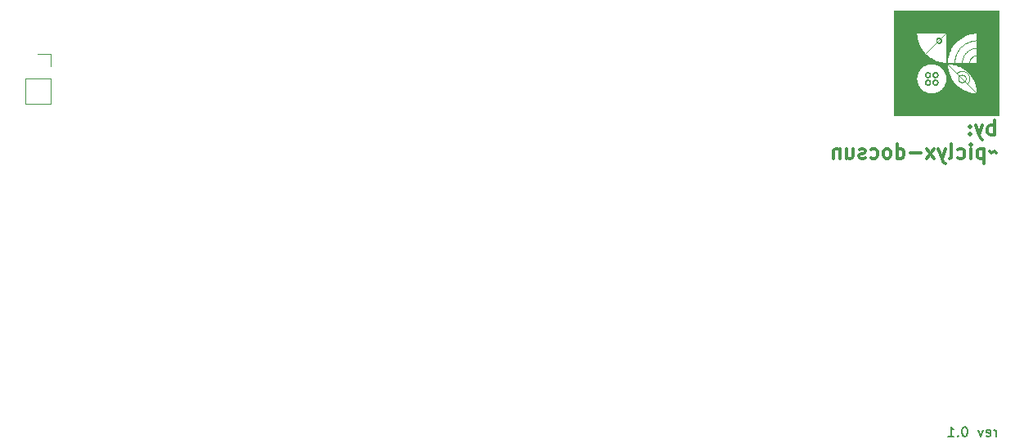
<source format=gbr>
%TF.GenerationSoftware,KiCad,Pcbnew,(6.0.4)*%
%TF.CreationDate,2022-04-08T01:44:20+01:00*%
%TF.ProjectId,test,74657374-2e6b-4696-9361-645f70636258,rev?*%
%TF.SameCoordinates,Original*%
%TF.FileFunction,Legend,Bot*%
%TF.FilePolarity,Positive*%
%FSLAX46Y46*%
G04 Gerber Fmt 4.6, Leading zero omitted, Abs format (unit mm)*
G04 Created by KiCad (PCBNEW (6.0.4)) date 2022-04-08 01:44:20*
%MOMM*%
%LPD*%
G01*
G04 APERTURE LIST*
%ADD10C,0.200000*%
%ADD11C,0.300000*%
%ADD12C,0.080000*%
%ADD13C,0.086412*%
%ADD14C,0.120000*%
G04 APERTURE END LIST*
D10*
X139839904Y-71318380D02*
X139839904Y-70651714D01*
X139839904Y-70842190D02*
X139792285Y-70746952D01*
X139744666Y-70699333D01*
X139649428Y-70651714D01*
X139554190Y-70651714D01*
X138839904Y-71270761D02*
X138935142Y-71318380D01*
X139125619Y-71318380D01*
X139220857Y-71270761D01*
X139268476Y-71175523D01*
X139268476Y-70794571D01*
X139220857Y-70699333D01*
X139125619Y-70651714D01*
X138935142Y-70651714D01*
X138839904Y-70699333D01*
X138792285Y-70794571D01*
X138792285Y-70889809D01*
X139268476Y-70985047D01*
X138458952Y-70651714D02*
X138220857Y-71318380D01*
X137982761Y-70651714D01*
X136649428Y-70318380D02*
X136554190Y-70318380D01*
X136458952Y-70366000D01*
X136411333Y-70413619D01*
X136363714Y-70508857D01*
X136316095Y-70699333D01*
X136316095Y-70937428D01*
X136363714Y-71127904D01*
X136411333Y-71223142D01*
X136458952Y-71270761D01*
X136554190Y-71318380D01*
X136649428Y-71318380D01*
X136744666Y-71270761D01*
X136792285Y-71223142D01*
X136839904Y-71127904D01*
X136887523Y-70937428D01*
X136887523Y-70699333D01*
X136839904Y-70508857D01*
X136792285Y-70413619D01*
X136744666Y-70366000D01*
X136649428Y-70318380D01*
X135887523Y-71223142D02*
X135839904Y-71270761D01*
X135887523Y-71318380D01*
X135935142Y-71270761D01*
X135887523Y-71223142D01*
X135887523Y-71318380D01*
X134887523Y-71318380D02*
X135458952Y-71318380D01*
X135173238Y-71318380D02*
X135173238Y-70318380D01*
X135268476Y-70461238D01*
X135363714Y-70556476D01*
X135458952Y-70604095D01*
D11*
X139655857Y-40111071D02*
X139655857Y-38611071D01*
X139655857Y-39182500D02*
X139513000Y-39111071D01*
X139227285Y-39111071D01*
X139084428Y-39182500D01*
X139013000Y-39253928D01*
X138941571Y-39396785D01*
X138941571Y-39825357D01*
X139013000Y-39968214D01*
X139084428Y-40039642D01*
X139227285Y-40111071D01*
X139513000Y-40111071D01*
X139655857Y-40039642D01*
X138441571Y-39111071D02*
X138084428Y-40111071D01*
X137727285Y-39111071D02*
X138084428Y-40111071D01*
X138227285Y-40468214D01*
X138298714Y-40539642D01*
X138441571Y-40611071D01*
X137155857Y-39968214D02*
X137084428Y-40039642D01*
X137155857Y-40111071D01*
X137227285Y-40039642D01*
X137155857Y-39968214D01*
X137155857Y-40111071D01*
X137155857Y-39182500D02*
X137084428Y-39253928D01*
X137155857Y-39325357D01*
X137227285Y-39253928D01*
X137155857Y-39182500D01*
X137155857Y-39325357D01*
X139870142Y-41954642D02*
X139798714Y-41883214D01*
X139655857Y-41811785D01*
X139370142Y-41954642D01*
X139227285Y-41883214D01*
X139155857Y-41811785D01*
X138584428Y-41526071D02*
X138584428Y-43026071D01*
X138584428Y-41597500D02*
X138441571Y-41526071D01*
X138155857Y-41526071D01*
X138013000Y-41597500D01*
X137941571Y-41668928D01*
X137870142Y-41811785D01*
X137870142Y-42240357D01*
X137941571Y-42383214D01*
X138013000Y-42454642D01*
X138155857Y-42526071D01*
X138441571Y-42526071D01*
X138584428Y-42454642D01*
X137227285Y-42526071D02*
X137227285Y-41526071D01*
X137227285Y-41026071D02*
X137298714Y-41097500D01*
X137227285Y-41168928D01*
X137155857Y-41097500D01*
X137227285Y-41026071D01*
X137227285Y-41168928D01*
X135870142Y-42454642D02*
X136013000Y-42526071D01*
X136298714Y-42526071D01*
X136441571Y-42454642D01*
X136513000Y-42383214D01*
X136584428Y-42240357D01*
X136584428Y-41811785D01*
X136513000Y-41668928D01*
X136441571Y-41597500D01*
X136298714Y-41526071D01*
X136013000Y-41526071D01*
X135870142Y-41597500D01*
X135013000Y-42526071D02*
X135155857Y-42454642D01*
X135227285Y-42311785D01*
X135227285Y-41026071D01*
X134584428Y-41526071D02*
X134227285Y-42526071D01*
X133870142Y-41526071D02*
X134227285Y-42526071D01*
X134370142Y-42883214D01*
X134441571Y-42954642D01*
X134584428Y-43026071D01*
X133441571Y-42526071D02*
X132655857Y-41526071D01*
X133441571Y-41526071D02*
X132655857Y-42526071D01*
X132084428Y-41954642D02*
X130941571Y-41954642D01*
X129584428Y-42526071D02*
X129584428Y-41026071D01*
X129584428Y-42454642D02*
X129727285Y-42526071D01*
X130013000Y-42526071D01*
X130155857Y-42454642D01*
X130227285Y-42383214D01*
X130298714Y-42240357D01*
X130298714Y-41811785D01*
X130227285Y-41668928D01*
X130155857Y-41597500D01*
X130013000Y-41526071D01*
X129727285Y-41526071D01*
X129584428Y-41597500D01*
X128655857Y-42526071D02*
X128798714Y-42454642D01*
X128870142Y-42383214D01*
X128941571Y-42240357D01*
X128941571Y-41811785D01*
X128870142Y-41668928D01*
X128798714Y-41597500D01*
X128655857Y-41526071D01*
X128441571Y-41526071D01*
X128298714Y-41597500D01*
X128227285Y-41668928D01*
X128155857Y-41811785D01*
X128155857Y-42240357D01*
X128227285Y-42383214D01*
X128298714Y-42454642D01*
X128441571Y-42526071D01*
X128655857Y-42526071D01*
X126870142Y-42454642D02*
X127013000Y-42526071D01*
X127298714Y-42526071D01*
X127441571Y-42454642D01*
X127513000Y-42383214D01*
X127584428Y-42240357D01*
X127584428Y-41811785D01*
X127513000Y-41668928D01*
X127441571Y-41597500D01*
X127298714Y-41526071D01*
X127013000Y-41526071D01*
X126870142Y-41597500D01*
X126298714Y-42454642D02*
X126155857Y-42526071D01*
X125870142Y-42526071D01*
X125727285Y-42454642D01*
X125655857Y-42311785D01*
X125655857Y-42240357D01*
X125727285Y-42097500D01*
X125870142Y-42026071D01*
X126084428Y-42026071D01*
X126227285Y-41954642D01*
X126298714Y-41811785D01*
X126298714Y-41740357D01*
X126227285Y-41597500D01*
X126084428Y-41526071D01*
X125870142Y-41526071D01*
X125727285Y-41597500D01*
X124370142Y-41526071D02*
X124370142Y-42526071D01*
X125013000Y-41526071D02*
X125013000Y-42311785D01*
X124941571Y-42454642D01*
X124798714Y-42526071D01*
X124584428Y-42526071D01*
X124441571Y-42454642D01*
X124370142Y-42383214D01*
X123655857Y-41526071D02*
X123655857Y-42526071D01*
X123655857Y-41668928D02*
X123584428Y-41597500D01*
X123441571Y-41526071D01*
X123227285Y-41526071D01*
X123084428Y-41597500D01*
X123013000Y-41740357D01*
X123013000Y-42526071D01*
D12*
G36*
X134182932Y-30338395D02*
G01*
X134181167Y-30352286D01*
X134178726Y-30365955D01*
X134175627Y-30379384D01*
X134171886Y-30392555D01*
X134167522Y-30405452D01*
X134162552Y-30418057D01*
X134156994Y-30430352D01*
X134150864Y-30442321D01*
X134144181Y-30453944D01*
X134136961Y-30465206D01*
X134129222Y-30476089D01*
X134120982Y-30486575D01*
X134112258Y-30496646D01*
X134103067Y-30506286D01*
X134093428Y-30515476D01*
X134083356Y-30524201D01*
X134072870Y-30532441D01*
X134061988Y-30540179D01*
X134050726Y-30547399D01*
X134039102Y-30554083D01*
X134027134Y-30560213D01*
X134014839Y-30565771D01*
X134002234Y-30570741D01*
X133989337Y-30575105D01*
X133976165Y-30578845D01*
X133962737Y-30581945D01*
X133949068Y-30584386D01*
X133935177Y-30586151D01*
X133921080Y-30587223D01*
X133906797Y-30587584D01*
X133892513Y-30587223D01*
X133878417Y-30586151D01*
X133864526Y-30584386D01*
X133850857Y-30581945D01*
X133837428Y-30578845D01*
X133824256Y-30575105D01*
X133811359Y-30570741D01*
X133798755Y-30565771D01*
X133786459Y-30560213D01*
X133774491Y-30554083D01*
X133762867Y-30547399D01*
X133751606Y-30540179D01*
X133740723Y-30532441D01*
X133730237Y-30524201D01*
X133720166Y-30515476D01*
X133710526Y-30506286D01*
X133701335Y-30496646D01*
X133692611Y-30486575D01*
X133684371Y-30476089D01*
X133676632Y-30465206D01*
X133669412Y-30453944D01*
X133662729Y-30442321D01*
X133656599Y-30430352D01*
X133651041Y-30418057D01*
X133646071Y-30405452D01*
X133641707Y-30392555D01*
X133637966Y-30379384D01*
X133634867Y-30365955D01*
X133632426Y-30352286D01*
X133630661Y-30338395D01*
X133629589Y-30324299D01*
X133629228Y-30310015D01*
X133689570Y-30310015D01*
X133689852Y-30321193D01*
X133690691Y-30332225D01*
X133692072Y-30343097D01*
X133693983Y-30353794D01*
X133696408Y-30364303D01*
X133699336Y-30374612D01*
X133702751Y-30384705D01*
X133706640Y-30394570D01*
X133710990Y-30404192D01*
X133715788Y-30413559D01*
X133721018Y-30422655D01*
X133726669Y-30431469D01*
X133732725Y-30439986D01*
X133739174Y-30448192D01*
X133746001Y-30456074D01*
X133753194Y-30463618D01*
X133760738Y-30470811D01*
X133768620Y-30477638D01*
X133776826Y-30484087D01*
X133785343Y-30490144D01*
X133794156Y-30495794D01*
X133803253Y-30501024D01*
X133812620Y-30505822D01*
X133822242Y-30510172D01*
X133832107Y-30514061D01*
X133842200Y-30517477D01*
X133852508Y-30520404D01*
X133863018Y-30522829D01*
X133873715Y-30524740D01*
X133884586Y-30526121D01*
X133895618Y-30526960D01*
X133906797Y-30527243D01*
X133917975Y-30526960D01*
X133929007Y-30526121D01*
X133939878Y-30524740D01*
X133950576Y-30522829D01*
X133961085Y-30520404D01*
X133971394Y-30517477D01*
X133981487Y-30514061D01*
X133991352Y-30510172D01*
X134000974Y-30505822D01*
X134010341Y-30501024D01*
X134019437Y-30495794D01*
X134028251Y-30490144D01*
X134036768Y-30484087D01*
X134044974Y-30477638D01*
X134052856Y-30470811D01*
X134060400Y-30463618D01*
X134067593Y-30456074D01*
X134074420Y-30448192D01*
X134080869Y-30439986D01*
X134086925Y-30431469D01*
X134092576Y-30422655D01*
X134097806Y-30413559D01*
X134102604Y-30404192D01*
X134106954Y-30394570D01*
X134110843Y-30384705D01*
X134114258Y-30374612D01*
X134117186Y-30364303D01*
X134119611Y-30353794D01*
X134121522Y-30343097D01*
X134122903Y-30332225D01*
X134123742Y-30321193D01*
X134124024Y-30310015D01*
X134123742Y-30298836D01*
X134122903Y-30287805D01*
X134121522Y-30276933D01*
X134119611Y-30266236D01*
X134117186Y-30255726D01*
X134114258Y-30245418D01*
X134110843Y-30235325D01*
X134106954Y-30225460D01*
X134102604Y-30215838D01*
X134097806Y-30206471D01*
X134092576Y-30197374D01*
X134086925Y-30188561D01*
X134080869Y-30180044D01*
X134074420Y-30171838D01*
X134067593Y-30163956D01*
X134060400Y-30156412D01*
X134052856Y-30149219D01*
X134044974Y-30142391D01*
X134036768Y-30135943D01*
X134028251Y-30129886D01*
X134019437Y-30124236D01*
X134010341Y-30119005D01*
X134000974Y-30114208D01*
X133991352Y-30109858D01*
X133981487Y-30105968D01*
X133971394Y-30102553D01*
X133961085Y-30099626D01*
X133950576Y-30097200D01*
X133939878Y-30095290D01*
X133929007Y-30093909D01*
X133917975Y-30093070D01*
X133906797Y-30092787D01*
X133895618Y-30093070D01*
X133884586Y-30093909D01*
X133873715Y-30095290D01*
X133863018Y-30097200D01*
X133852508Y-30099626D01*
X133842200Y-30102553D01*
X133832107Y-30105968D01*
X133822242Y-30109858D01*
X133812620Y-30114208D01*
X133803253Y-30119005D01*
X133794156Y-30124236D01*
X133785343Y-30129886D01*
X133776826Y-30135943D01*
X133768620Y-30142391D01*
X133760738Y-30149219D01*
X133753194Y-30156412D01*
X133746001Y-30163956D01*
X133739174Y-30171838D01*
X133732725Y-30180044D01*
X133726669Y-30188561D01*
X133721018Y-30197374D01*
X133715788Y-30206471D01*
X133710990Y-30215838D01*
X133706640Y-30225460D01*
X133702751Y-30235325D01*
X133699336Y-30245418D01*
X133696408Y-30255726D01*
X133693983Y-30266236D01*
X133692072Y-30276933D01*
X133690691Y-30287805D01*
X133689852Y-30298836D01*
X133689570Y-30310015D01*
X133629228Y-30310015D01*
X133629589Y-30295731D01*
X133630661Y-30281635D01*
X133632426Y-30267744D01*
X133634867Y-30254075D01*
X133637966Y-30240646D01*
X133641707Y-30227474D01*
X133646071Y-30214578D01*
X133651041Y-30201973D01*
X133656599Y-30189677D01*
X133662729Y-30177709D01*
X133669412Y-30166085D01*
X133676632Y-30154824D01*
X133684371Y-30143941D01*
X133692611Y-30133455D01*
X133701335Y-30123384D01*
X133710526Y-30113744D01*
X133720166Y-30104554D01*
X133730237Y-30095829D01*
X133740723Y-30087589D01*
X133751606Y-30079851D01*
X133762867Y-30072631D01*
X133774491Y-30065947D01*
X133786459Y-30059818D01*
X133798755Y-30054259D01*
X133811359Y-30049289D01*
X133824256Y-30044925D01*
X133837428Y-30041185D01*
X133850857Y-30038085D01*
X133864526Y-30035644D01*
X133878417Y-30033879D01*
X133892513Y-30032807D01*
X133906797Y-30032446D01*
X133921080Y-30032807D01*
X133935177Y-30033879D01*
X133949068Y-30035644D01*
X133962737Y-30038085D01*
X133976165Y-30041185D01*
X133989337Y-30044925D01*
X134002234Y-30049289D01*
X134014839Y-30054259D01*
X134027134Y-30059818D01*
X134039102Y-30065947D01*
X134050726Y-30072631D01*
X134061988Y-30079851D01*
X134072870Y-30087589D01*
X134083356Y-30095829D01*
X134093428Y-30104554D01*
X134103067Y-30113744D01*
X134112258Y-30123384D01*
X134120982Y-30133455D01*
X134129222Y-30143941D01*
X134136961Y-30154824D01*
X134144181Y-30166085D01*
X134150864Y-30177709D01*
X134156994Y-30189677D01*
X134162552Y-30201973D01*
X134167522Y-30214578D01*
X134171886Y-30227474D01*
X134175627Y-30240646D01*
X134178726Y-30254075D01*
X134181167Y-30267744D01*
X134182932Y-30281635D01*
X134184004Y-30295731D01*
X134184365Y-30310015D01*
X134184004Y-30324299D01*
X134182932Y-30338395D01*
G37*
X134182932Y-30338395D02*
X134181167Y-30352286D01*
X134178726Y-30365955D01*
X134175627Y-30379384D01*
X134171886Y-30392555D01*
X134167522Y-30405452D01*
X134162552Y-30418057D01*
X134156994Y-30430352D01*
X134150864Y-30442321D01*
X134144181Y-30453944D01*
X134136961Y-30465206D01*
X134129222Y-30476089D01*
X134120982Y-30486575D01*
X134112258Y-30496646D01*
X134103067Y-30506286D01*
X134093428Y-30515476D01*
X134083356Y-30524201D01*
X134072870Y-30532441D01*
X134061988Y-30540179D01*
X134050726Y-30547399D01*
X134039102Y-30554083D01*
X134027134Y-30560213D01*
X134014839Y-30565771D01*
X134002234Y-30570741D01*
X133989337Y-30575105D01*
X133976165Y-30578845D01*
X133962737Y-30581945D01*
X133949068Y-30584386D01*
X133935177Y-30586151D01*
X133921080Y-30587223D01*
X133906797Y-30587584D01*
X133892513Y-30587223D01*
X133878417Y-30586151D01*
X133864526Y-30584386D01*
X133850857Y-30581945D01*
X133837428Y-30578845D01*
X133824256Y-30575105D01*
X133811359Y-30570741D01*
X133798755Y-30565771D01*
X133786459Y-30560213D01*
X133774491Y-30554083D01*
X133762867Y-30547399D01*
X133751606Y-30540179D01*
X133740723Y-30532441D01*
X133730237Y-30524201D01*
X133720166Y-30515476D01*
X133710526Y-30506286D01*
X133701335Y-30496646D01*
X133692611Y-30486575D01*
X133684371Y-30476089D01*
X133676632Y-30465206D01*
X133669412Y-30453944D01*
X133662729Y-30442321D01*
X133656599Y-30430352D01*
X133651041Y-30418057D01*
X133646071Y-30405452D01*
X133641707Y-30392555D01*
X133637966Y-30379384D01*
X133634867Y-30365955D01*
X133632426Y-30352286D01*
X133630661Y-30338395D01*
X133629589Y-30324299D01*
X133629228Y-30310015D01*
X133689570Y-30310015D01*
X133689852Y-30321193D01*
X133690691Y-30332225D01*
X133692072Y-30343097D01*
X133693983Y-30353794D01*
X133696408Y-30364303D01*
X133699336Y-30374612D01*
X133702751Y-30384705D01*
X133706640Y-30394570D01*
X133710990Y-30404192D01*
X133715788Y-30413559D01*
X133721018Y-30422655D01*
X133726669Y-30431469D01*
X133732725Y-30439986D01*
X133739174Y-30448192D01*
X133746001Y-30456074D01*
X133753194Y-30463618D01*
X133760738Y-30470811D01*
X133768620Y-30477638D01*
X133776826Y-30484087D01*
X133785343Y-30490144D01*
X133794156Y-30495794D01*
X133803253Y-30501024D01*
X133812620Y-30505822D01*
X133822242Y-30510172D01*
X133832107Y-30514061D01*
X133842200Y-30517477D01*
X133852508Y-30520404D01*
X133863018Y-30522829D01*
X133873715Y-30524740D01*
X133884586Y-30526121D01*
X133895618Y-30526960D01*
X133906797Y-30527243D01*
X133917975Y-30526960D01*
X133929007Y-30526121D01*
X133939878Y-30524740D01*
X133950576Y-30522829D01*
X133961085Y-30520404D01*
X133971394Y-30517477D01*
X133981487Y-30514061D01*
X133991352Y-30510172D01*
X134000974Y-30505822D01*
X134010341Y-30501024D01*
X134019437Y-30495794D01*
X134028251Y-30490144D01*
X134036768Y-30484087D01*
X134044974Y-30477638D01*
X134052856Y-30470811D01*
X134060400Y-30463618D01*
X134067593Y-30456074D01*
X134074420Y-30448192D01*
X134080869Y-30439986D01*
X134086925Y-30431469D01*
X134092576Y-30422655D01*
X134097806Y-30413559D01*
X134102604Y-30404192D01*
X134106954Y-30394570D01*
X134110843Y-30384705D01*
X134114258Y-30374612D01*
X134117186Y-30364303D01*
X134119611Y-30353794D01*
X134121522Y-30343097D01*
X134122903Y-30332225D01*
X134123742Y-30321193D01*
X134124024Y-30310015D01*
X134123742Y-30298836D01*
X134122903Y-30287805D01*
X134121522Y-30276933D01*
X134119611Y-30266236D01*
X134117186Y-30255726D01*
X134114258Y-30245418D01*
X134110843Y-30235325D01*
X134106954Y-30225460D01*
X134102604Y-30215838D01*
X134097806Y-30206471D01*
X134092576Y-30197374D01*
X134086925Y-30188561D01*
X134080869Y-30180044D01*
X134074420Y-30171838D01*
X134067593Y-30163956D01*
X134060400Y-30156412D01*
X134052856Y-30149219D01*
X134044974Y-30142391D01*
X134036768Y-30135943D01*
X134028251Y-30129886D01*
X134019437Y-30124236D01*
X134010341Y-30119005D01*
X134000974Y-30114208D01*
X133991352Y-30109858D01*
X133981487Y-30105968D01*
X133971394Y-30102553D01*
X133961085Y-30099626D01*
X133950576Y-30097200D01*
X133939878Y-30095290D01*
X133929007Y-30093909D01*
X133917975Y-30093070D01*
X133906797Y-30092787D01*
X133895618Y-30093070D01*
X133884586Y-30093909D01*
X133873715Y-30095290D01*
X133863018Y-30097200D01*
X133852508Y-30099626D01*
X133842200Y-30102553D01*
X133832107Y-30105968D01*
X133822242Y-30109858D01*
X133812620Y-30114208D01*
X133803253Y-30119005D01*
X133794156Y-30124236D01*
X133785343Y-30129886D01*
X133776826Y-30135943D01*
X133768620Y-30142391D01*
X133760738Y-30149219D01*
X133753194Y-30156412D01*
X133746001Y-30163956D01*
X133739174Y-30171838D01*
X133732725Y-30180044D01*
X133726669Y-30188561D01*
X133721018Y-30197374D01*
X133715788Y-30206471D01*
X133710990Y-30215838D01*
X133706640Y-30225460D01*
X133702751Y-30235325D01*
X133699336Y-30245418D01*
X133696408Y-30255726D01*
X133693983Y-30266236D01*
X133692072Y-30276933D01*
X133690691Y-30287805D01*
X133689852Y-30298836D01*
X133689570Y-30310015D01*
X133629228Y-30310015D01*
X133629589Y-30295731D01*
X133630661Y-30281635D01*
X133632426Y-30267744D01*
X133634867Y-30254075D01*
X133637966Y-30240646D01*
X133641707Y-30227474D01*
X133646071Y-30214578D01*
X133651041Y-30201973D01*
X133656599Y-30189677D01*
X133662729Y-30177709D01*
X133669412Y-30166085D01*
X133676632Y-30154824D01*
X133684371Y-30143941D01*
X133692611Y-30133455D01*
X133701335Y-30123384D01*
X133710526Y-30113744D01*
X133720166Y-30104554D01*
X133730237Y-30095829D01*
X133740723Y-30087589D01*
X133751606Y-30079851D01*
X133762867Y-30072631D01*
X133774491Y-30065947D01*
X133786459Y-30059818D01*
X133798755Y-30054259D01*
X133811359Y-30049289D01*
X133824256Y-30044925D01*
X133837428Y-30041185D01*
X133850857Y-30038085D01*
X133864526Y-30035644D01*
X133878417Y-30033879D01*
X133892513Y-30032807D01*
X133906797Y-30032446D01*
X133921080Y-30032807D01*
X133935177Y-30033879D01*
X133949068Y-30035644D01*
X133962737Y-30038085D01*
X133976165Y-30041185D01*
X133989337Y-30044925D01*
X134002234Y-30049289D01*
X134014839Y-30054259D01*
X134027134Y-30059818D01*
X134039102Y-30065947D01*
X134050726Y-30072631D01*
X134061988Y-30079851D01*
X134072870Y-30087589D01*
X134083356Y-30095829D01*
X134093428Y-30104554D01*
X134103067Y-30113744D01*
X134112258Y-30123384D01*
X134120982Y-30133455D01*
X134129222Y-30143941D01*
X134136961Y-30154824D01*
X134144181Y-30166085D01*
X134150864Y-30177709D01*
X134156994Y-30189677D01*
X134162552Y-30201973D01*
X134167522Y-30214578D01*
X134171886Y-30227474D01*
X134175627Y-30240646D01*
X134178726Y-30254075D01*
X134181167Y-30267744D01*
X134182932Y-30281635D01*
X134184004Y-30295731D01*
X134184365Y-30310015D01*
X134184004Y-30324299D01*
X134182932Y-30338395D01*
G36*
X133796750Y-33900450D02*
G01*
X133794985Y-33914341D01*
X133792544Y-33928010D01*
X133789444Y-33941439D01*
X133785704Y-33954611D01*
X133781340Y-33967508D01*
X133776370Y-33980113D01*
X133770812Y-33992408D01*
X133764682Y-34004376D01*
X133757998Y-34016000D01*
X133750779Y-34027262D01*
X133743040Y-34038144D01*
X133734800Y-34048630D01*
X133726076Y-34058701D01*
X133716885Y-34068341D01*
X133707245Y-34077532D01*
X133697174Y-34086256D01*
X133686688Y-34094496D01*
X133675806Y-34102235D01*
X133664544Y-34109455D01*
X133652920Y-34116138D01*
X133640952Y-34122268D01*
X133628657Y-34127827D01*
X133616052Y-34132797D01*
X133603155Y-34137161D01*
X133589983Y-34140901D01*
X133576554Y-34144000D01*
X133562885Y-34146441D01*
X133548994Y-34148206D01*
X133534898Y-34149278D01*
X133520614Y-34149640D01*
X133506331Y-34149278D01*
X133492235Y-34148206D01*
X133478344Y-34146441D01*
X133464675Y-34144000D01*
X133451246Y-34140901D01*
X133438074Y-34137161D01*
X133425177Y-34132797D01*
X133412572Y-34127827D01*
X133400277Y-34122268D01*
X133388309Y-34116138D01*
X133376685Y-34109455D01*
X133365423Y-34102235D01*
X133354541Y-34094496D01*
X133344055Y-34086256D01*
X133333984Y-34077532D01*
X133324344Y-34068341D01*
X133315153Y-34058701D01*
X133306429Y-34048630D01*
X133298189Y-34038144D01*
X133290450Y-34027262D01*
X133283230Y-34016000D01*
X133276547Y-34004376D01*
X133270417Y-33992408D01*
X133264858Y-33980113D01*
X133259888Y-33967508D01*
X133255524Y-33954611D01*
X133251784Y-33941439D01*
X133248685Y-33928010D01*
X133246244Y-33914341D01*
X133244479Y-33900450D01*
X133243407Y-33886354D01*
X133243045Y-33872071D01*
X133303387Y-33872071D01*
X133303669Y-33883249D01*
X133304508Y-33894281D01*
X133305890Y-33905152D01*
X133307800Y-33915849D01*
X133310226Y-33926359D01*
X133313153Y-33936667D01*
X133316568Y-33946761D01*
X133320458Y-33956625D01*
X133324808Y-33966248D01*
X133329605Y-33975614D01*
X133334836Y-33984711D01*
X133340486Y-33993525D01*
X133346542Y-34002041D01*
X133352991Y-34010247D01*
X133359819Y-34018129D01*
X133367011Y-34025674D01*
X133374556Y-34032866D01*
X133382438Y-34039694D01*
X133390644Y-34046143D01*
X133399160Y-34052199D01*
X133407974Y-34057849D01*
X133417071Y-34063080D01*
X133426437Y-34067877D01*
X133436060Y-34072227D01*
X133445924Y-34076117D01*
X133456018Y-34079532D01*
X133466326Y-34082459D01*
X133476836Y-34084885D01*
X133487533Y-34086795D01*
X133498404Y-34088177D01*
X133509436Y-34089016D01*
X133520614Y-34089298D01*
X133531793Y-34089016D01*
X133542825Y-34088177D01*
X133553696Y-34086795D01*
X133564393Y-34084885D01*
X133574903Y-34082459D01*
X133585211Y-34079532D01*
X133595305Y-34076117D01*
X133605169Y-34072227D01*
X133614792Y-34067877D01*
X133624158Y-34063080D01*
X133633255Y-34057849D01*
X133642068Y-34052199D01*
X133650585Y-34046143D01*
X133658791Y-34039694D01*
X133666673Y-34032866D01*
X133674218Y-34025674D01*
X133681410Y-34018129D01*
X133688238Y-34010247D01*
X133694687Y-34002041D01*
X133700743Y-33993525D01*
X133706393Y-33984711D01*
X133711624Y-33975614D01*
X133716421Y-33966248D01*
X133720771Y-33956625D01*
X133724661Y-33946761D01*
X133728076Y-33936667D01*
X133731003Y-33926359D01*
X133733429Y-33915849D01*
X133735339Y-33905152D01*
X133736721Y-33894281D01*
X133737560Y-33883249D01*
X133737842Y-33872071D01*
X133737560Y-33860892D01*
X133736721Y-33849860D01*
X133735339Y-33838989D01*
X133733429Y-33828292D01*
X133731003Y-33817782D01*
X133728076Y-33807474D01*
X133724661Y-33797380D01*
X133720771Y-33787516D01*
X133716421Y-33777893D01*
X133711624Y-33768527D01*
X133706393Y-33759430D01*
X133700743Y-33750617D01*
X133694687Y-33742100D01*
X133688238Y-33733894D01*
X133681410Y-33726012D01*
X133674218Y-33718467D01*
X133666673Y-33711275D01*
X133658791Y-33704447D01*
X133650585Y-33697998D01*
X133642068Y-33691942D01*
X133633255Y-33686292D01*
X133624158Y-33681061D01*
X133614792Y-33676264D01*
X133605169Y-33671914D01*
X133595305Y-33668024D01*
X133585211Y-33664609D01*
X133574903Y-33661682D01*
X133564393Y-33659256D01*
X133553696Y-33657346D01*
X133542825Y-33655964D01*
X133531793Y-33655125D01*
X133520614Y-33654843D01*
X133509436Y-33655125D01*
X133498404Y-33655964D01*
X133487533Y-33657346D01*
X133476836Y-33659256D01*
X133466326Y-33661682D01*
X133456018Y-33664609D01*
X133445924Y-33668024D01*
X133436060Y-33671914D01*
X133426437Y-33676264D01*
X133417071Y-33681061D01*
X133407974Y-33686292D01*
X133399160Y-33691942D01*
X133390644Y-33697998D01*
X133382438Y-33704447D01*
X133374556Y-33711275D01*
X133367011Y-33718467D01*
X133359819Y-33726012D01*
X133352991Y-33733894D01*
X133346542Y-33742100D01*
X133340486Y-33750617D01*
X133334836Y-33759430D01*
X133329605Y-33768527D01*
X133324808Y-33777893D01*
X133320458Y-33787516D01*
X133316568Y-33797380D01*
X133313153Y-33807474D01*
X133310226Y-33817782D01*
X133307800Y-33828292D01*
X133305890Y-33838989D01*
X133304508Y-33849860D01*
X133303669Y-33860892D01*
X133303387Y-33872071D01*
X133243045Y-33872071D01*
X133243407Y-33857787D01*
X133244479Y-33843691D01*
X133246244Y-33829800D01*
X133248685Y-33816131D01*
X133251784Y-33802702D01*
X133255524Y-33789530D01*
X133259888Y-33776633D01*
X133264858Y-33764028D01*
X133270417Y-33751733D01*
X133276547Y-33739765D01*
X133283230Y-33728141D01*
X133290450Y-33716879D01*
X133298189Y-33705997D01*
X133306429Y-33695511D01*
X133315153Y-33685440D01*
X133324344Y-33675800D01*
X133333984Y-33666609D01*
X133344055Y-33657885D01*
X133354541Y-33649645D01*
X133365423Y-33641906D01*
X133376685Y-33634687D01*
X133388309Y-33628003D01*
X133400277Y-33621873D01*
X133412572Y-33616315D01*
X133425177Y-33611345D01*
X133438074Y-33606981D01*
X133451246Y-33603241D01*
X133464675Y-33600141D01*
X133478344Y-33597700D01*
X133492235Y-33595935D01*
X133506331Y-33594863D01*
X133520614Y-33594502D01*
X133534898Y-33594863D01*
X133548994Y-33595935D01*
X133562885Y-33597700D01*
X133576554Y-33600141D01*
X133589983Y-33603241D01*
X133603155Y-33606981D01*
X133616052Y-33611345D01*
X133628657Y-33616315D01*
X133640952Y-33621873D01*
X133652920Y-33628003D01*
X133664544Y-33634687D01*
X133675806Y-33641906D01*
X133686688Y-33649645D01*
X133697174Y-33657885D01*
X133707245Y-33666609D01*
X133716885Y-33675800D01*
X133726076Y-33685440D01*
X133734800Y-33695511D01*
X133743040Y-33705997D01*
X133750779Y-33716879D01*
X133757998Y-33728141D01*
X133764682Y-33739765D01*
X133770812Y-33751733D01*
X133776370Y-33764028D01*
X133781340Y-33776633D01*
X133785704Y-33789530D01*
X133789444Y-33802702D01*
X133792544Y-33816131D01*
X133794985Y-33829800D01*
X133796750Y-33843691D01*
X133797822Y-33857787D01*
X133798183Y-33872071D01*
X133797822Y-33886354D01*
X133796750Y-33900450D01*
G37*
X133796750Y-33900450D02*
X133794985Y-33914341D01*
X133792544Y-33928010D01*
X133789444Y-33941439D01*
X133785704Y-33954611D01*
X133781340Y-33967508D01*
X133776370Y-33980113D01*
X133770812Y-33992408D01*
X133764682Y-34004376D01*
X133757998Y-34016000D01*
X133750779Y-34027262D01*
X133743040Y-34038144D01*
X133734800Y-34048630D01*
X133726076Y-34058701D01*
X133716885Y-34068341D01*
X133707245Y-34077532D01*
X133697174Y-34086256D01*
X133686688Y-34094496D01*
X133675806Y-34102235D01*
X133664544Y-34109455D01*
X133652920Y-34116138D01*
X133640952Y-34122268D01*
X133628657Y-34127827D01*
X133616052Y-34132797D01*
X133603155Y-34137161D01*
X133589983Y-34140901D01*
X133576554Y-34144000D01*
X133562885Y-34146441D01*
X133548994Y-34148206D01*
X133534898Y-34149278D01*
X133520614Y-34149640D01*
X133506331Y-34149278D01*
X133492235Y-34148206D01*
X133478344Y-34146441D01*
X133464675Y-34144000D01*
X133451246Y-34140901D01*
X133438074Y-34137161D01*
X133425177Y-34132797D01*
X133412572Y-34127827D01*
X133400277Y-34122268D01*
X133388309Y-34116138D01*
X133376685Y-34109455D01*
X133365423Y-34102235D01*
X133354541Y-34094496D01*
X133344055Y-34086256D01*
X133333984Y-34077532D01*
X133324344Y-34068341D01*
X133315153Y-34058701D01*
X133306429Y-34048630D01*
X133298189Y-34038144D01*
X133290450Y-34027262D01*
X133283230Y-34016000D01*
X133276547Y-34004376D01*
X133270417Y-33992408D01*
X133264858Y-33980113D01*
X133259888Y-33967508D01*
X133255524Y-33954611D01*
X133251784Y-33941439D01*
X133248685Y-33928010D01*
X133246244Y-33914341D01*
X133244479Y-33900450D01*
X133243407Y-33886354D01*
X133243045Y-33872071D01*
X133303387Y-33872071D01*
X133303669Y-33883249D01*
X133304508Y-33894281D01*
X133305890Y-33905152D01*
X133307800Y-33915849D01*
X133310226Y-33926359D01*
X133313153Y-33936667D01*
X133316568Y-33946761D01*
X133320458Y-33956625D01*
X133324808Y-33966248D01*
X133329605Y-33975614D01*
X133334836Y-33984711D01*
X133340486Y-33993525D01*
X133346542Y-34002041D01*
X133352991Y-34010247D01*
X133359819Y-34018129D01*
X133367011Y-34025674D01*
X133374556Y-34032866D01*
X133382438Y-34039694D01*
X133390644Y-34046143D01*
X133399160Y-34052199D01*
X133407974Y-34057849D01*
X133417071Y-34063080D01*
X133426437Y-34067877D01*
X133436060Y-34072227D01*
X133445924Y-34076117D01*
X133456018Y-34079532D01*
X133466326Y-34082459D01*
X133476836Y-34084885D01*
X133487533Y-34086795D01*
X133498404Y-34088177D01*
X133509436Y-34089016D01*
X133520614Y-34089298D01*
X133531793Y-34089016D01*
X133542825Y-34088177D01*
X133553696Y-34086795D01*
X133564393Y-34084885D01*
X133574903Y-34082459D01*
X133585211Y-34079532D01*
X133595305Y-34076117D01*
X133605169Y-34072227D01*
X133614792Y-34067877D01*
X133624158Y-34063080D01*
X133633255Y-34057849D01*
X133642068Y-34052199D01*
X133650585Y-34046143D01*
X133658791Y-34039694D01*
X133666673Y-34032866D01*
X133674218Y-34025674D01*
X133681410Y-34018129D01*
X133688238Y-34010247D01*
X133694687Y-34002041D01*
X133700743Y-33993525D01*
X133706393Y-33984711D01*
X133711624Y-33975614D01*
X133716421Y-33966248D01*
X133720771Y-33956625D01*
X133724661Y-33946761D01*
X133728076Y-33936667D01*
X133731003Y-33926359D01*
X133733429Y-33915849D01*
X133735339Y-33905152D01*
X133736721Y-33894281D01*
X133737560Y-33883249D01*
X133737842Y-33872071D01*
X133737560Y-33860892D01*
X133736721Y-33849860D01*
X133735339Y-33838989D01*
X133733429Y-33828292D01*
X133731003Y-33817782D01*
X133728076Y-33807474D01*
X133724661Y-33797380D01*
X133720771Y-33787516D01*
X133716421Y-33777893D01*
X133711624Y-33768527D01*
X133706393Y-33759430D01*
X133700743Y-33750617D01*
X133694687Y-33742100D01*
X133688238Y-33733894D01*
X133681410Y-33726012D01*
X133674218Y-33718467D01*
X133666673Y-33711275D01*
X133658791Y-33704447D01*
X133650585Y-33697998D01*
X133642068Y-33691942D01*
X133633255Y-33686292D01*
X133624158Y-33681061D01*
X133614792Y-33676264D01*
X133605169Y-33671914D01*
X133595305Y-33668024D01*
X133585211Y-33664609D01*
X133574903Y-33661682D01*
X133564393Y-33659256D01*
X133553696Y-33657346D01*
X133542825Y-33655964D01*
X133531793Y-33655125D01*
X133520614Y-33654843D01*
X133509436Y-33655125D01*
X133498404Y-33655964D01*
X133487533Y-33657346D01*
X133476836Y-33659256D01*
X133466326Y-33661682D01*
X133456018Y-33664609D01*
X133445924Y-33668024D01*
X133436060Y-33671914D01*
X133426437Y-33676264D01*
X133417071Y-33681061D01*
X133407974Y-33686292D01*
X133399160Y-33691942D01*
X133390644Y-33697998D01*
X133382438Y-33704447D01*
X133374556Y-33711275D01*
X133367011Y-33718467D01*
X133359819Y-33726012D01*
X133352991Y-33733894D01*
X133346542Y-33742100D01*
X133340486Y-33750617D01*
X133334836Y-33759430D01*
X133329605Y-33768527D01*
X133324808Y-33777893D01*
X133320458Y-33787516D01*
X133316568Y-33797380D01*
X133313153Y-33807474D01*
X133310226Y-33817782D01*
X133307800Y-33828292D01*
X133305890Y-33838989D01*
X133304508Y-33849860D01*
X133303669Y-33860892D01*
X133303387Y-33872071D01*
X133243045Y-33872071D01*
X133243407Y-33857787D01*
X133244479Y-33843691D01*
X133246244Y-33829800D01*
X133248685Y-33816131D01*
X133251784Y-33802702D01*
X133255524Y-33789530D01*
X133259888Y-33776633D01*
X133264858Y-33764028D01*
X133270417Y-33751733D01*
X133276547Y-33739765D01*
X133283230Y-33728141D01*
X133290450Y-33716879D01*
X133298189Y-33705997D01*
X133306429Y-33695511D01*
X133315153Y-33685440D01*
X133324344Y-33675800D01*
X133333984Y-33666609D01*
X133344055Y-33657885D01*
X133354541Y-33649645D01*
X133365423Y-33641906D01*
X133376685Y-33634687D01*
X133388309Y-33628003D01*
X133400277Y-33621873D01*
X133412572Y-33616315D01*
X133425177Y-33611345D01*
X133438074Y-33606981D01*
X133451246Y-33603241D01*
X133464675Y-33600141D01*
X133478344Y-33597700D01*
X133492235Y-33595935D01*
X133506331Y-33594863D01*
X133520614Y-33594502D01*
X133534898Y-33594863D01*
X133548994Y-33595935D01*
X133562885Y-33597700D01*
X133576554Y-33600141D01*
X133589983Y-33603241D01*
X133603155Y-33606981D01*
X133616052Y-33611345D01*
X133628657Y-33616315D01*
X133640952Y-33621873D01*
X133652920Y-33628003D01*
X133664544Y-33634687D01*
X133675806Y-33641906D01*
X133686688Y-33649645D01*
X133697174Y-33657885D01*
X133707245Y-33666609D01*
X133716885Y-33675800D01*
X133726076Y-33685440D01*
X133734800Y-33695511D01*
X133743040Y-33705997D01*
X133750779Y-33716879D01*
X133757998Y-33728141D01*
X133764682Y-33739765D01*
X133770812Y-33751733D01*
X133776370Y-33764028D01*
X133781340Y-33776633D01*
X133785704Y-33789530D01*
X133789444Y-33802702D01*
X133792544Y-33816131D01*
X133794985Y-33829800D01*
X133796750Y-33843691D01*
X133797822Y-33857787D01*
X133798183Y-33872071D01*
X133797822Y-33886354D01*
X133796750Y-33900450D01*
G36*
X133024385Y-33900450D02*
G01*
X133022620Y-33914341D01*
X133020179Y-33928010D01*
X133017079Y-33941439D01*
X133013339Y-33954611D01*
X133008975Y-33967508D01*
X133004005Y-33980113D01*
X132998447Y-33992408D01*
X132992317Y-34004376D01*
X132985633Y-34016000D01*
X132978413Y-34027262D01*
X132970675Y-34038144D01*
X132962435Y-34048630D01*
X132953711Y-34058701D01*
X132944520Y-34068341D01*
X132934880Y-34077532D01*
X132924809Y-34086256D01*
X132914323Y-34094496D01*
X132903441Y-34102235D01*
X132892179Y-34109455D01*
X132880555Y-34116138D01*
X132868587Y-34122268D01*
X132856292Y-34127827D01*
X132843687Y-34132797D01*
X132830790Y-34137161D01*
X132817618Y-34140901D01*
X132804189Y-34144000D01*
X132790520Y-34146441D01*
X132776629Y-34148206D01*
X132762533Y-34149278D01*
X132748249Y-34149640D01*
X132733966Y-34149278D01*
X132719870Y-34148206D01*
X132705978Y-34146441D01*
X132692310Y-34144000D01*
X132678881Y-34140901D01*
X132665709Y-34137161D01*
X132652812Y-34132797D01*
X132640207Y-34127827D01*
X132627912Y-34122268D01*
X132615943Y-34116138D01*
X132604320Y-34109455D01*
X132593058Y-34102235D01*
X132582175Y-34094496D01*
X132571690Y-34086256D01*
X132561618Y-34077532D01*
X132551978Y-34068341D01*
X132542788Y-34058701D01*
X132534064Y-34048630D01*
X132525824Y-34038144D01*
X132518085Y-34027262D01*
X132510865Y-34016000D01*
X132504181Y-34004376D01*
X132498052Y-33992408D01*
X132492493Y-33980113D01*
X132487523Y-33967508D01*
X132483159Y-33954611D01*
X132479419Y-33941439D01*
X132476320Y-33928010D01*
X132473879Y-33914341D01*
X132472113Y-33900450D01*
X132471042Y-33886354D01*
X132470680Y-33872071D01*
X132531022Y-33872071D01*
X132531304Y-33883249D01*
X132532143Y-33894281D01*
X132533525Y-33905152D01*
X132535435Y-33915849D01*
X132537860Y-33926359D01*
X132540788Y-33936667D01*
X132544203Y-33946761D01*
X132548092Y-33956625D01*
X132552443Y-33966248D01*
X132557240Y-33975614D01*
X132562470Y-33984711D01*
X132568121Y-33993525D01*
X132574177Y-34002041D01*
X132580626Y-34010247D01*
X132587453Y-34018129D01*
X132594646Y-34025674D01*
X132602190Y-34032866D01*
X132610072Y-34039694D01*
X132618278Y-34046143D01*
X132626795Y-34052199D01*
X132635609Y-34057849D01*
X132644706Y-34063080D01*
X132654072Y-34067877D01*
X132663694Y-34072227D01*
X132673559Y-34076117D01*
X132683652Y-34079532D01*
X132693961Y-34082459D01*
X132704470Y-34084885D01*
X132715168Y-34086795D01*
X132726039Y-34088177D01*
X132737071Y-34089016D01*
X132748249Y-34089298D01*
X132759428Y-34089016D01*
X132770460Y-34088177D01*
X132781331Y-34086795D01*
X132792028Y-34084885D01*
X132802538Y-34082459D01*
X132812846Y-34079532D01*
X132822939Y-34076117D01*
X132832804Y-34072227D01*
X132842426Y-34067877D01*
X132851793Y-34063080D01*
X132860890Y-34057849D01*
X132869703Y-34052199D01*
X132878220Y-34046143D01*
X132886426Y-34039694D01*
X132894308Y-34032866D01*
X132901852Y-34025674D01*
X132909045Y-34018129D01*
X132915873Y-34010247D01*
X132922322Y-34002041D01*
X132928378Y-33993525D01*
X132934028Y-33984711D01*
X132939259Y-33975614D01*
X132944056Y-33966248D01*
X132948406Y-33956625D01*
X132952296Y-33946761D01*
X132955711Y-33936667D01*
X132958638Y-33926359D01*
X132961064Y-33915849D01*
X132962974Y-33905152D01*
X132964356Y-33894281D01*
X132965194Y-33883249D01*
X132965477Y-33872071D01*
X132965194Y-33860892D01*
X132964356Y-33849860D01*
X132962974Y-33838989D01*
X132961064Y-33828292D01*
X132958638Y-33817782D01*
X132955711Y-33807474D01*
X132952296Y-33797380D01*
X132948406Y-33787516D01*
X132944056Y-33777893D01*
X132939259Y-33768527D01*
X132934028Y-33759430D01*
X132928378Y-33750617D01*
X132922322Y-33742100D01*
X132915873Y-33733894D01*
X132909045Y-33726012D01*
X132901852Y-33718467D01*
X132894308Y-33711275D01*
X132886426Y-33704447D01*
X132878220Y-33697998D01*
X132869703Y-33691942D01*
X132860890Y-33686292D01*
X132851793Y-33681061D01*
X132842426Y-33676264D01*
X132832804Y-33671914D01*
X132822939Y-33668024D01*
X132812846Y-33664609D01*
X132802538Y-33661682D01*
X132792028Y-33659256D01*
X132781331Y-33657346D01*
X132770460Y-33655964D01*
X132759428Y-33655125D01*
X132748249Y-33654843D01*
X132737071Y-33655125D01*
X132726039Y-33655964D01*
X132715168Y-33657346D01*
X132704470Y-33659256D01*
X132693961Y-33661682D01*
X132683652Y-33664609D01*
X132673559Y-33668024D01*
X132663694Y-33671914D01*
X132654072Y-33676264D01*
X132644706Y-33681061D01*
X132635609Y-33686292D01*
X132626795Y-33691942D01*
X132618278Y-33697998D01*
X132610072Y-33704447D01*
X132602190Y-33711275D01*
X132594646Y-33718467D01*
X132587453Y-33726012D01*
X132580626Y-33733894D01*
X132574177Y-33742100D01*
X132568121Y-33750617D01*
X132562470Y-33759430D01*
X132557240Y-33768527D01*
X132552443Y-33777893D01*
X132548092Y-33787516D01*
X132544203Y-33797380D01*
X132540788Y-33807474D01*
X132537860Y-33817782D01*
X132535435Y-33828292D01*
X132533525Y-33838989D01*
X132532143Y-33849860D01*
X132531304Y-33860892D01*
X132531022Y-33872071D01*
X132470680Y-33872071D01*
X132471042Y-33857787D01*
X132472113Y-33843691D01*
X132473879Y-33829800D01*
X132476320Y-33816131D01*
X132479419Y-33802702D01*
X132483159Y-33789530D01*
X132487523Y-33776633D01*
X132492493Y-33764028D01*
X132498052Y-33751733D01*
X132504181Y-33739765D01*
X132510865Y-33728141D01*
X132518085Y-33716879D01*
X132525824Y-33705997D01*
X132534064Y-33695511D01*
X132542788Y-33685440D01*
X132551978Y-33675800D01*
X132561618Y-33666609D01*
X132571690Y-33657885D01*
X132582175Y-33649645D01*
X132593058Y-33641906D01*
X132604320Y-33634687D01*
X132615943Y-33628003D01*
X132627912Y-33621873D01*
X132640207Y-33616315D01*
X132652812Y-33611345D01*
X132665709Y-33606981D01*
X132678881Y-33603241D01*
X132692310Y-33600141D01*
X132705978Y-33597700D01*
X132719870Y-33595935D01*
X132733966Y-33594863D01*
X132748249Y-33594502D01*
X132762533Y-33594863D01*
X132776629Y-33595935D01*
X132790520Y-33597700D01*
X132804189Y-33600141D01*
X132817618Y-33603241D01*
X132830790Y-33606981D01*
X132843687Y-33611345D01*
X132856292Y-33616315D01*
X132868587Y-33621873D01*
X132880555Y-33628003D01*
X132892179Y-33634687D01*
X132903441Y-33641906D01*
X132914323Y-33649645D01*
X132924809Y-33657885D01*
X132934880Y-33666609D01*
X132944520Y-33675800D01*
X132953711Y-33685440D01*
X132962435Y-33695511D01*
X132970675Y-33705997D01*
X132978413Y-33716879D01*
X132985633Y-33728141D01*
X132992317Y-33739765D01*
X132998447Y-33751733D01*
X133004005Y-33764028D01*
X133008975Y-33776633D01*
X133013339Y-33789530D01*
X133017079Y-33802702D01*
X133020179Y-33816131D01*
X133022620Y-33829800D01*
X133024385Y-33843691D01*
X133025457Y-33857787D01*
X133025818Y-33872071D01*
X133025457Y-33886354D01*
X133024385Y-33900450D01*
G37*
X133024385Y-33900450D02*
X133022620Y-33914341D01*
X133020179Y-33928010D01*
X133017079Y-33941439D01*
X133013339Y-33954611D01*
X133008975Y-33967508D01*
X133004005Y-33980113D01*
X132998447Y-33992408D01*
X132992317Y-34004376D01*
X132985633Y-34016000D01*
X132978413Y-34027262D01*
X132970675Y-34038144D01*
X132962435Y-34048630D01*
X132953711Y-34058701D01*
X132944520Y-34068341D01*
X132934880Y-34077532D01*
X132924809Y-34086256D01*
X132914323Y-34094496D01*
X132903441Y-34102235D01*
X132892179Y-34109455D01*
X132880555Y-34116138D01*
X132868587Y-34122268D01*
X132856292Y-34127827D01*
X132843687Y-34132797D01*
X132830790Y-34137161D01*
X132817618Y-34140901D01*
X132804189Y-34144000D01*
X132790520Y-34146441D01*
X132776629Y-34148206D01*
X132762533Y-34149278D01*
X132748249Y-34149640D01*
X132733966Y-34149278D01*
X132719870Y-34148206D01*
X132705978Y-34146441D01*
X132692310Y-34144000D01*
X132678881Y-34140901D01*
X132665709Y-34137161D01*
X132652812Y-34132797D01*
X132640207Y-34127827D01*
X132627912Y-34122268D01*
X132615943Y-34116138D01*
X132604320Y-34109455D01*
X132593058Y-34102235D01*
X132582175Y-34094496D01*
X132571690Y-34086256D01*
X132561618Y-34077532D01*
X132551978Y-34068341D01*
X132542788Y-34058701D01*
X132534064Y-34048630D01*
X132525824Y-34038144D01*
X132518085Y-34027262D01*
X132510865Y-34016000D01*
X132504181Y-34004376D01*
X132498052Y-33992408D01*
X132492493Y-33980113D01*
X132487523Y-33967508D01*
X132483159Y-33954611D01*
X132479419Y-33941439D01*
X132476320Y-33928010D01*
X132473879Y-33914341D01*
X132472113Y-33900450D01*
X132471042Y-33886354D01*
X132470680Y-33872071D01*
X132531022Y-33872071D01*
X132531304Y-33883249D01*
X132532143Y-33894281D01*
X132533525Y-33905152D01*
X132535435Y-33915849D01*
X132537860Y-33926359D01*
X132540788Y-33936667D01*
X132544203Y-33946761D01*
X132548092Y-33956625D01*
X132552443Y-33966248D01*
X132557240Y-33975614D01*
X132562470Y-33984711D01*
X132568121Y-33993525D01*
X132574177Y-34002041D01*
X132580626Y-34010247D01*
X132587453Y-34018129D01*
X132594646Y-34025674D01*
X132602190Y-34032866D01*
X132610072Y-34039694D01*
X132618278Y-34046143D01*
X132626795Y-34052199D01*
X132635609Y-34057849D01*
X132644706Y-34063080D01*
X132654072Y-34067877D01*
X132663694Y-34072227D01*
X132673559Y-34076117D01*
X132683652Y-34079532D01*
X132693961Y-34082459D01*
X132704470Y-34084885D01*
X132715168Y-34086795D01*
X132726039Y-34088177D01*
X132737071Y-34089016D01*
X132748249Y-34089298D01*
X132759428Y-34089016D01*
X132770460Y-34088177D01*
X132781331Y-34086795D01*
X132792028Y-34084885D01*
X132802538Y-34082459D01*
X132812846Y-34079532D01*
X132822939Y-34076117D01*
X132832804Y-34072227D01*
X132842426Y-34067877D01*
X132851793Y-34063080D01*
X132860890Y-34057849D01*
X132869703Y-34052199D01*
X132878220Y-34046143D01*
X132886426Y-34039694D01*
X132894308Y-34032866D01*
X132901852Y-34025674D01*
X132909045Y-34018129D01*
X132915873Y-34010247D01*
X132922322Y-34002041D01*
X132928378Y-33993525D01*
X132934028Y-33984711D01*
X132939259Y-33975614D01*
X132944056Y-33966248D01*
X132948406Y-33956625D01*
X132952296Y-33946761D01*
X132955711Y-33936667D01*
X132958638Y-33926359D01*
X132961064Y-33915849D01*
X132962974Y-33905152D01*
X132964356Y-33894281D01*
X132965194Y-33883249D01*
X132965477Y-33872071D01*
X132965194Y-33860892D01*
X132964356Y-33849860D01*
X132962974Y-33838989D01*
X132961064Y-33828292D01*
X132958638Y-33817782D01*
X132955711Y-33807474D01*
X132952296Y-33797380D01*
X132948406Y-33787516D01*
X132944056Y-33777893D01*
X132939259Y-33768527D01*
X132934028Y-33759430D01*
X132928378Y-33750617D01*
X132922322Y-33742100D01*
X132915873Y-33733894D01*
X132909045Y-33726012D01*
X132901852Y-33718467D01*
X132894308Y-33711275D01*
X132886426Y-33704447D01*
X132878220Y-33697998D01*
X132869703Y-33691942D01*
X132860890Y-33686292D01*
X132851793Y-33681061D01*
X132842426Y-33676264D01*
X132832804Y-33671914D01*
X132822939Y-33668024D01*
X132812846Y-33664609D01*
X132802538Y-33661682D01*
X132792028Y-33659256D01*
X132781331Y-33657346D01*
X132770460Y-33655964D01*
X132759428Y-33655125D01*
X132748249Y-33654843D01*
X132737071Y-33655125D01*
X132726039Y-33655964D01*
X132715168Y-33657346D01*
X132704470Y-33659256D01*
X132693961Y-33661682D01*
X132683652Y-33664609D01*
X132673559Y-33668024D01*
X132663694Y-33671914D01*
X132654072Y-33676264D01*
X132644706Y-33681061D01*
X132635609Y-33686292D01*
X132626795Y-33691942D01*
X132618278Y-33697998D01*
X132610072Y-33704447D01*
X132602190Y-33711275D01*
X132594646Y-33718467D01*
X132587453Y-33726012D01*
X132580626Y-33733894D01*
X132574177Y-33742100D01*
X132568121Y-33750617D01*
X132562470Y-33759430D01*
X132557240Y-33768527D01*
X132552443Y-33777893D01*
X132548092Y-33787516D01*
X132544203Y-33797380D01*
X132540788Y-33807474D01*
X132537860Y-33817782D01*
X132535435Y-33828292D01*
X132533525Y-33838989D01*
X132532143Y-33849860D01*
X132531304Y-33860892D01*
X132531022Y-33872071D01*
X132470680Y-33872071D01*
X132471042Y-33857787D01*
X132472113Y-33843691D01*
X132473879Y-33829800D01*
X132476320Y-33816131D01*
X132479419Y-33802702D01*
X132483159Y-33789530D01*
X132487523Y-33776633D01*
X132492493Y-33764028D01*
X132498052Y-33751733D01*
X132504181Y-33739765D01*
X132510865Y-33728141D01*
X132518085Y-33716879D01*
X132525824Y-33705997D01*
X132534064Y-33695511D01*
X132542788Y-33685440D01*
X132551978Y-33675800D01*
X132561618Y-33666609D01*
X132571690Y-33657885D01*
X132582175Y-33649645D01*
X132593058Y-33641906D01*
X132604320Y-33634687D01*
X132615943Y-33628003D01*
X132627912Y-33621873D01*
X132640207Y-33616315D01*
X132652812Y-33611345D01*
X132665709Y-33606981D01*
X132678881Y-33603241D01*
X132692310Y-33600141D01*
X132705978Y-33597700D01*
X132719870Y-33595935D01*
X132733966Y-33594863D01*
X132748249Y-33594502D01*
X132762533Y-33594863D01*
X132776629Y-33595935D01*
X132790520Y-33597700D01*
X132804189Y-33600141D01*
X132817618Y-33603241D01*
X132830790Y-33606981D01*
X132843687Y-33611345D01*
X132856292Y-33616315D01*
X132868587Y-33621873D01*
X132880555Y-33628003D01*
X132892179Y-33634687D01*
X132903441Y-33641906D01*
X132914323Y-33649645D01*
X132924809Y-33657885D01*
X132934880Y-33666609D01*
X132944520Y-33675800D01*
X132953711Y-33685440D01*
X132962435Y-33695511D01*
X132970675Y-33705997D01*
X132978413Y-33716879D01*
X132985633Y-33728141D01*
X132992317Y-33739765D01*
X132998447Y-33751733D01*
X133004005Y-33764028D01*
X133008975Y-33776633D01*
X133013339Y-33789530D01*
X133017079Y-33802702D01*
X133020179Y-33816131D01*
X133022620Y-33829800D01*
X133024385Y-33843691D01*
X133025457Y-33857787D01*
X133025818Y-33872071D01*
X133025457Y-33886354D01*
X133024385Y-33900450D01*
G36*
X133796750Y-34672815D02*
G01*
X133794985Y-34686707D01*
X133792544Y-34700375D01*
X133789444Y-34713804D01*
X133785704Y-34726976D01*
X133781340Y-34739873D01*
X133776370Y-34752478D01*
X133770812Y-34764773D01*
X133764682Y-34776742D01*
X133757998Y-34788365D01*
X133750779Y-34799627D01*
X133743040Y-34810510D01*
X133734800Y-34820995D01*
X133726076Y-34831067D01*
X133716885Y-34840707D01*
X133707245Y-34849897D01*
X133697174Y-34858621D01*
X133686688Y-34866861D01*
X133675806Y-34874600D01*
X133664544Y-34881820D01*
X133652920Y-34888504D01*
X133640952Y-34894633D01*
X133628657Y-34900192D01*
X133616052Y-34905162D01*
X133603155Y-34909526D01*
X133589983Y-34913266D01*
X133576554Y-34916365D01*
X133562885Y-34918806D01*
X133548994Y-34920572D01*
X133534898Y-34921643D01*
X133520614Y-34922005D01*
X133506331Y-34921643D01*
X133492235Y-34920572D01*
X133478344Y-34918806D01*
X133464675Y-34916365D01*
X133451246Y-34913266D01*
X133438074Y-34909526D01*
X133425177Y-34905162D01*
X133412572Y-34900192D01*
X133400277Y-34894633D01*
X133388309Y-34888504D01*
X133376685Y-34881820D01*
X133365423Y-34874600D01*
X133354541Y-34866861D01*
X133344055Y-34858621D01*
X133333984Y-34849897D01*
X133324344Y-34840707D01*
X133315153Y-34831067D01*
X133306429Y-34820995D01*
X133298189Y-34810510D01*
X133290450Y-34799627D01*
X133283230Y-34788365D01*
X133276547Y-34776742D01*
X133270417Y-34764773D01*
X133264858Y-34752478D01*
X133259888Y-34739873D01*
X133255524Y-34726976D01*
X133251784Y-34713804D01*
X133248685Y-34700375D01*
X133246244Y-34686707D01*
X133244479Y-34672815D01*
X133243407Y-34658719D01*
X133243045Y-34644436D01*
X133303387Y-34644436D01*
X133303669Y-34655614D01*
X133304508Y-34666646D01*
X133305890Y-34677517D01*
X133307800Y-34688215D01*
X133310226Y-34698724D01*
X133313153Y-34709033D01*
X133316568Y-34719126D01*
X133320458Y-34728991D01*
X133324808Y-34738613D01*
X133329605Y-34747979D01*
X133334836Y-34757076D01*
X133340486Y-34765890D01*
X133346542Y-34774407D01*
X133352991Y-34782613D01*
X133359819Y-34790495D01*
X133367011Y-34798039D01*
X133374556Y-34805232D01*
X133382438Y-34812059D01*
X133390644Y-34818508D01*
X133399160Y-34824564D01*
X133407974Y-34830215D01*
X133417071Y-34835445D01*
X133426437Y-34840242D01*
X133436060Y-34844593D01*
X133445924Y-34848482D01*
X133456018Y-34851897D01*
X133466326Y-34854825D01*
X133476836Y-34857250D01*
X133487533Y-34859160D01*
X133498404Y-34860542D01*
X133509436Y-34861381D01*
X133520614Y-34861663D01*
X133531793Y-34861381D01*
X133542825Y-34860542D01*
X133553696Y-34859160D01*
X133564393Y-34857250D01*
X133574903Y-34854825D01*
X133585211Y-34851897D01*
X133595305Y-34848482D01*
X133605169Y-34844593D01*
X133614792Y-34840242D01*
X133624158Y-34835445D01*
X133633255Y-34830215D01*
X133642068Y-34824564D01*
X133650585Y-34818508D01*
X133658791Y-34812059D01*
X133666673Y-34805232D01*
X133674218Y-34798039D01*
X133681410Y-34790495D01*
X133688238Y-34782613D01*
X133694687Y-34774407D01*
X133700743Y-34765890D01*
X133706393Y-34757076D01*
X133711624Y-34747979D01*
X133716421Y-34738613D01*
X133720771Y-34728991D01*
X133724661Y-34719126D01*
X133728076Y-34709033D01*
X133731003Y-34698724D01*
X133733429Y-34688215D01*
X133735339Y-34677517D01*
X133736721Y-34666646D01*
X133737560Y-34655614D01*
X133737842Y-34644436D01*
X133737560Y-34633257D01*
X133736721Y-34622225D01*
X133735339Y-34611354D01*
X133733429Y-34600657D01*
X133731003Y-34590147D01*
X133728076Y-34579839D01*
X133724661Y-34569746D01*
X133720771Y-34559881D01*
X133716421Y-34550259D01*
X133711624Y-34540892D01*
X133706393Y-34531795D01*
X133700743Y-34522982D01*
X133694687Y-34514465D01*
X133688238Y-34506259D01*
X133681410Y-34498377D01*
X133674218Y-34490833D01*
X133666673Y-34483640D01*
X133658791Y-34476812D01*
X133650585Y-34470363D01*
X133642068Y-34464307D01*
X133633255Y-34458657D01*
X133624158Y-34453426D01*
X133614792Y-34448629D01*
X133605169Y-34444279D01*
X133595305Y-34440389D01*
X133585211Y-34436974D01*
X133574903Y-34434047D01*
X133564393Y-34431621D01*
X133553696Y-34429711D01*
X133542825Y-34428329D01*
X133531793Y-34427491D01*
X133520614Y-34427208D01*
X133509436Y-34427491D01*
X133498404Y-34428329D01*
X133487533Y-34429711D01*
X133476836Y-34431621D01*
X133466326Y-34434047D01*
X133456018Y-34436974D01*
X133445924Y-34440389D01*
X133436060Y-34444279D01*
X133426437Y-34448629D01*
X133417071Y-34453426D01*
X133407974Y-34458657D01*
X133399160Y-34464307D01*
X133390644Y-34470363D01*
X133382438Y-34476812D01*
X133374556Y-34483640D01*
X133367011Y-34490833D01*
X133359819Y-34498377D01*
X133352991Y-34506259D01*
X133346542Y-34514465D01*
X133340486Y-34522982D01*
X133334836Y-34531795D01*
X133329605Y-34540892D01*
X133324808Y-34550259D01*
X133320458Y-34559881D01*
X133316568Y-34569746D01*
X133313153Y-34579839D01*
X133310226Y-34590147D01*
X133307800Y-34600657D01*
X133305890Y-34611354D01*
X133304508Y-34622225D01*
X133303669Y-34633257D01*
X133303387Y-34644436D01*
X133243045Y-34644436D01*
X133243407Y-34630152D01*
X133244479Y-34616056D01*
X133246244Y-34602165D01*
X133248685Y-34588496D01*
X133251784Y-34575067D01*
X133255524Y-34561895D01*
X133259888Y-34548998D01*
X133264858Y-34536393D01*
X133270417Y-34524098D01*
X133276547Y-34512130D01*
X133283230Y-34500506D01*
X133290450Y-34489244D01*
X133298189Y-34478362D01*
X133306429Y-34467876D01*
X133315153Y-34457805D01*
X133324344Y-34448165D01*
X133333984Y-34438974D01*
X133344055Y-34430250D01*
X133354541Y-34422010D01*
X133365423Y-34414272D01*
X133376685Y-34407052D01*
X133388309Y-34400368D01*
X133400277Y-34394238D01*
X133412572Y-34388680D01*
X133425177Y-34383710D01*
X133438074Y-34379346D01*
X133451246Y-34375606D01*
X133464675Y-34372506D01*
X133478344Y-34370065D01*
X133492235Y-34368300D01*
X133506331Y-34367228D01*
X133520614Y-34366867D01*
X133534898Y-34367228D01*
X133548994Y-34368300D01*
X133562885Y-34370065D01*
X133576554Y-34372506D01*
X133589983Y-34375606D01*
X133603155Y-34379346D01*
X133616052Y-34383710D01*
X133628657Y-34388680D01*
X133640952Y-34394238D01*
X133652920Y-34400368D01*
X133664544Y-34407052D01*
X133675806Y-34414272D01*
X133686688Y-34422010D01*
X133697174Y-34430250D01*
X133707245Y-34438974D01*
X133716885Y-34448165D01*
X133726076Y-34457805D01*
X133734800Y-34467876D01*
X133743040Y-34478362D01*
X133750779Y-34489244D01*
X133757998Y-34500506D01*
X133764682Y-34512130D01*
X133770812Y-34524098D01*
X133776370Y-34536393D01*
X133781340Y-34548998D01*
X133785704Y-34561895D01*
X133789444Y-34575067D01*
X133792544Y-34588496D01*
X133794985Y-34602165D01*
X133796750Y-34616056D01*
X133797822Y-34630152D01*
X133798183Y-34644436D01*
X133797822Y-34658719D01*
X133796750Y-34672815D01*
G37*
X133796750Y-34672815D02*
X133794985Y-34686707D01*
X133792544Y-34700375D01*
X133789444Y-34713804D01*
X133785704Y-34726976D01*
X133781340Y-34739873D01*
X133776370Y-34752478D01*
X133770812Y-34764773D01*
X133764682Y-34776742D01*
X133757998Y-34788365D01*
X133750779Y-34799627D01*
X133743040Y-34810510D01*
X133734800Y-34820995D01*
X133726076Y-34831067D01*
X133716885Y-34840707D01*
X133707245Y-34849897D01*
X133697174Y-34858621D01*
X133686688Y-34866861D01*
X133675806Y-34874600D01*
X133664544Y-34881820D01*
X133652920Y-34888504D01*
X133640952Y-34894633D01*
X133628657Y-34900192D01*
X133616052Y-34905162D01*
X133603155Y-34909526D01*
X133589983Y-34913266D01*
X133576554Y-34916365D01*
X133562885Y-34918806D01*
X133548994Y-34920572D01*
X133534898Y-34921643D01*
X133520614Y-34922005D01*
X133506331Y-34921643D01*
X133492235Y-34920572D01*
X133478344Y-34918806D01*
X133464675Y-34916365D01*
X133451246Y-34913266D01*
X133438074Y-34909526D01*
X133425177Y-34905162D01*
X133412572Y-34900192D01*
X133400277Y-34894633D01*
X133388309Y-34888504D01*
X133376685Y-34881820D01*
X133365423Y-34874600D01*
X133354541Y-34866861D01*
X133344055Y-34858621D01*
X133333984Y-34849897D01*
X133324344Y-34840707D01*
X133315153Y-34831067D01*
X133306429Y-34820995D01*
X133298189Y-34810510D01*
X133290450Y-34799627D01*
X133283230Y-34788365D01*
X133276547Y-34776742D01*
X133270417Y-34764773D01*
X133264858Y-34752478D01*
X133259888Y-34739873D01*
X133255524Y-34726976D01*
X133251784Y-34713804D01*
X133248685Y-34700375D01*
X133246244Y-34686707D01*
X133244479Y-34672815D01*
X133243407Y-34658719D01*
X133243045Y-34644436D01*
X133303387Y-34644436D01*
X133303669Y-34655614D01*
X133304508Y-34666646D01*
X133305890Y-34677517D01*
X133307800Y-34688215D01*
X133310226Y-34698724D01*
X133313153Y-34709033D01*
X133316568Y-34719126D01*
X133320458Y-34728991D01*
X133324808Y-34738613D01*
X133329605Y-34747979D01*
X133334836Y-34757076D01*
X133340486Y-34765890D01*
X133346542Y-34774407D01*
X133352991Y-34782613D01*
X133359819Y-34790495D01*
X133367011Y-34798039D01*
X133374556Y-34805232D01*
X133382438Y-34812059D01*
X133390644Y-34818508D01*
X133399160Y-34824564D01*
X133407974Y-34830215D01*
X133417071Y-34835445D01*
X133426437Y-34840242D01*
X133436060Y-34844593D01*
X133445924Y-34848482D01*
X133456018Y-34851897D01*
X133466326Y-34854825D01*
X133476836Y-34857250D01*
X133487533Y-34859160D01*
X133498404Y-34860542D01*
X133509436Y-34861381D01*
X133520614Y-34861663D01*
X133531793Y-34861381D01*
X133542825Y-34860542D01*
X133553696Y-34859160D01*
X133564393Y-34857250D01*
X133574903Y-34854825D01*
X133585211Y-34851897D01*
X133595305Y-34848482D01*
X133605169Y-34844593D01*
X133614792Y-34840242D01*
X133624158Y-34835445D01*
X133633255Y-34830215D01*
X133642068Y-34824564D01*
X133650585Y-34818508D01*
X133658791Y-34812059D01*
X133666673Y-34805232D01*
X133674218Y-34798039D01*
X133681410Y-34790495D01*
X133688238Y-34782613D01*
X133694687Y-34774407D01*
X133700743Y-34765890D01*
X133706393Y-34757076D01*
X133711624Y-34747979D01*
X133716421Y-34738613D01*
X133720771Y-34728991D01*
X133724661Y-34719126D01*
X133728076Y-34709033D01*
X133731003Y-34698724D01*
X133733429Y-34688215D01*
X133735339Y-34677517D01*
X133736721Y-34666646D01*
X133737560Y-34655614D01*
X133737842Y-34644436D01*
X133737560Y-34633257D01*
X133736721Y-34622225D01*
X133735339Y-34611354D01*
X133733429Y-34600657D01*
X133731003Y-34590147D01*
X133728076Y-34579839D01*
X133724661Y-34569746D01*
X133720771Y-34559881D01*
X133716421Y-34550259D01*
X133711624Y-34540892D01*
X133706393Y-34531795D01*
X133700743Y-34522982D01*
X133694687Y-34514465D01*
X133688238Y-34506259D01*
X133681410Y-34498377D01*
X133674218Y-34490833D01*
X133666673Y-34483640D01*
X133658791Y-34476812D01*
X133650585Y-34470363D01*
X133642068Y-34464307D01*
X133633255Y-34458657D01*
X133624158Y-34453426D01*
X133614792Y-34448629D01*
X133605169Y-34444279D01*
X133595305Y-34440389D01*
X133585211Y-34436974D01*
X133574903Y-34434047D01*
X133564393Y-34431621D01*
X133553696Y-34429711D01*
X133542825Y-34428329D01*
X133531793Y-34427491D01*
X133520614Y-34427208D01*
X133509436Y-34427491D01*
X133498404Y-34428329D01*
X133487533Y-34429711D01*
X133476836Y-34431621D01*
X133466326Y-34434047D01*
X133456018Y-34436974D01*
X133445924Y-34440389D01*
X133436060Y-34444279D01*
X133426437Y-34448629D01*
X133417071Y-34453426D01*
X133407974Y-34458657D01*
X133399160Y-34464307D01*
X133390644Y-34470363D01*
X133382438Y-34476812D01*
X133374556Y-34483640D01*
X133367011Y-34490833D01*
X133359819Y-34498377D01*
X133352991Y-34506259D01*
X133346542Y-34514465D01*
X133340486Y-34522982D01*
X133334836Y-34531795D01*
X133329605Y-34540892D01*
X133324808Y-34550259D01*
X133320458Y-34559881D01*
X133316568Y-34569746D01*
X133313153Y-34579839D01*
X133310226Y-34590147D01*
X133307800Y-34600657D01*
X133305890Y-34611354D01*
X133304508Y-34622225D01*
X133303669Y-34633257D01*
X133303387Y-34644436D01*
X133243045Y-34644436D01*
X133243407Y-34630152D01*
X133244479Y-34616056D01*
X133246244Y-34602165D01*
X133248685Y-34588496D01*
X133251784Y-34575067D01*
X133255524Y-34561895D01*
X133259888Y-34548998D01*
X133264858Y-34536393D01*
X133270417Y-34524098D01*
X133276547Y-34512130D01*
X133283230Y-34500506D01*
X133290450Y-34489244D01*
X133298189Y-34478362D01*
X133306429Y-34467876D01*
X133315153Y-34457805D01*
X133324344Y-34448165D01*
X133333984Y-34438974D01*
X133344055Y-34430250D01*
X133354541Y-34422010D01*
X133365423Y-34414272D01*
X133376685Y-34407052D01*
X133388309Y-34400368D01*
X133400277Y-34394238D01*
X133412572Y-34388680D01*
X133425177Y-34383710D01*
X133438074Y-34379346D01*
X133451246Y-34375606D01*
X133464675Y-34372506D01*
X133478344Y-34370065D01*
X133492235Y-34368300D01*
X133506331Y-34367228D01*
X133520614Y-34366867D01*
X133534898Y-34367228D01*
X133548994Y-34368300D01*
X133562885Y-34370065D01*
X133576554Y-34372506D01*
X133589983Y-34375606D01*
X133603155Y-34379346D01*
X133616052Y-34383710D01*
X133628657Y-34388680D01*
X133640952Y-34394238D01*
X133652920Y-34400368D01*
X133664544Y-34407052D01*
X133675806Y-34414272D01*
X133686688Y-34422010D01*
X133697174Y-34430250D01*
X133707245Y-34438974D01*
X133716885Y-34448165D01*
X133726076Y-34457805D01*
X133734800Y-34467876D01*
X133743040Y-34478362D01*
X133750779Y-34489244D01*
X133757998Y-34500506D01*
X133764682Y-34512130D01*
X133770812Y-34524098D01*
X133776370Y-34536393D01*
X133781340Y-34548998D01*
X133785704Y-34561895D01*
X133789444Y-34575067D01*
X133792544Y-34588496D01*
X133794985Y-34602165D01*
X133796750Y-34616056D01*
X133797822Y-34630152D01*
X133798183Y-34644436D01*
X133797822Y-34658719D01*
X133796750Y-34672815D01*
G36*
X133024385Y-34672815D02*
G01*
X133022620Y-34686707D01*
X133020179Y-34700375D01*
X133017079Y-34713804D01*
X133013339Y-34726976D01*
X133008975Y-34739873D01*
X133004005Y-34752478D01*
X132998447Y-34764773D01*
X132992317Y-34776742D01*
X132985633Y-34788365D01*
X132978413Y-34799627D01*
X132970675Y-34810510D01*
X132962435Y-34820995D01*
X132953711Y-34831067D01*
X132944520Y-34840707D01*
X132934880Y-34849897D01*
X132924809Y-34858621D01*
X132914323Y-34866861D01*
X132903441Y-34874600D01*
X132892179Y-34881820D01*
X132880555Y-34888504D01*
X132868587Y-34894633D01*
X132856292Y-34900192D01*
X132843687Y-34905162D01*
X132830790Y-34909526D01*
X132817618Y-34913266D01*
X132804189Y-34916365D01*
X132790520Y-34918806D01*
X132776629Y-34920572D01*
X132762533Y-34921643D01*
X132748249Y-34922005D01*
X132733966Y-34921643D01*
X132719870Y-34920572D01*
X132705978Y-34918806D01*
X132692310Y-34916365D01*
X132678881Y-34913266D01*
X132665709Y-34909526D01*
X132652812Y-34905162D01*
X132640207Y-34900192D01*
X132627912Y-34894633D01*
X132615943Y-34888504D01*
X132604320Y-34881820D01*
X132593058Y-34874600D01*
X132582175Y-34866861D01*
X132571690Y-34858621D01*
X132561618Y-34849897D01*
X132551978Y-34840707D01*
X132542788Y-34831067D01*
X132534064Y-34820995D01*
X132525824Y-34810510D01*
X132518085Y-34799627D01*
X132510865Y-34788365D01*
X132504181Y-34776742D01*
X132498052Y-34764773D01*
X132492493Y-34752478D01*
X132487523Y-34739873D01*
X132483159Y-34726976D01*
X132479419Y-34713804D01*
X132476320Y-34700375D01*
X132473879Y-34686707D01*
X132472113Y-34672815D01*
X132471042Y-34658719D01*
X132470680Y-34644436D01*
X132531022Y-34644436D01*
X132531304Y-34655614D01*
X132532143Y-34666646D01*
X132533525Y-34677517D01*
X132535435Y-34688215D01*
X132537860Y-34698724D01*
X132540788Y-34709033D01*
X132544203Y-34719126D01*
X132548092Y-34728991D01*
X132552443Y-34738613D01*
X132557240Y-34747979D01*
X132562470Y-34757076D01*
X132568121Y-34765890D01*
X132574177Y-34774407D01*
X132580626Y-34782613D01*
X132587453Y-34790495D01*
X132594646Y-34798039D01*
X132602190Y-34805232D01*
X132610072Y-34812059D01*
X132618278Y-34818508D01*
X132626795Y-34824564D01*
X132635609Y-34830215D01*
X132644706Y-34835445D01*
X132654072Y-34840242D01*
X132663694Y-34844593D01*
X132673559Y-34848482D01*
X132683652Y-34851897D01*
X132693961Y-34854825D01*
X132704470Y-34857250D01*
X132715168Y-34859160D01*
X132726039Y-34860542D01*
X132737071Y-34861381D01*
X132748249Y-34861663D01*
X132759428Y-34861381D01*
X132770460Y-34860542D01*
X132781331Y-34859160D01*
X132792028Y-34857250D01*
X132802538Y-34854825D01*
X132812846Y-34851897D01*
X132822939Y-34848482D01*
X132832804Y-34844593D01*
X132842426Y-34840242D01*
X132851793Y-34835445D01*
X132860890Y-34830215D01*
X132869703Y-34824564D01*
X132878220Y-34818508D01*
X132886426Y-34812059D01*
X132894308Y-34805232D01*
X132901852Y-34798039D01*
X132909045Y-34790495D01*
X132915873Y-34782613D01*
X132922322Y-34774407D01*
X132928378Y-34765890D01*
X132934028Y-34757076D01*
X132939259Y-34747979D01*
X132944056Y-34738613D01*
X132948406Y-34728991D01*
X132952296Y-34719126D01*
X132955711Y-34709033D01*
X132958638Y-34698724D01*
X132961064Y-34688215D01*
X132962974Y-34677517D01*
X132964356Y-34666646D01*
X132965194Y-34655614D01*
X132965477Y-34644436D01*
X132965194Y-34633257D01*
X132964356Y-34622225D01*
X132962974Y-34611354D01*
X132961064Y-34600657D01*
X132958638Y-34590147D01*
X132955711Y-34579839D01*
X132952296Y-34569746D01*
X132948406Y-34559881D01*
X132944056Y-34550259D01*
X132939259Y-34540892D01*
X132934028Y-34531795D01*
X132928378Y-34522982D01*
X132922322Y-34514465D01*
X132915873Y-34506259D01*
X132909045Y-34498377D01*
X132901852Y-34490833D01*
X132894308Y-34483640D01*
X132886426Y-34476812D01*
X132878220Y-34470363D01*
X132869703Y-34464307D01*
X132860890Y-34458657D01*
X132851793Y-34453426D01*
X132842426Y-34448629D01*
X132832804Y-34444279D01*
X132822939Y-34440389D01*
X132812846Y-34436974D01*
X132802538Y-34434047D01*
X132792028Y-34431621D01*
X132781331Y-34429711D01*
X132770460Y-34428329D01*
X132759428Y-34427491D01*
X132748249Y-34427208D01*
X132737071Y-34427491D01*
X132726039Y-34428329D01*
X132715168Y-34429711D01*
X132704470Y-34431621D01*
X132693961Y-34434047D01*
X132683652Y-34436974D01*
X132673559Y-34440389D01*
X132663694Y-34444279D01*
X132654072Y-34448629D01*
X132644706Y-34453426D01*
X132635609Y-34458657D01*
X132626795Y-34464307D01*
X132618278Y-34470363D01*
X132610072Y-34476812D01*
X132602190Y-34483640D01*
X132594646Y-34490833D01*
X132587453Y-34498377D01*
X132580626Y-34506259D01*
X132574177Y-34514465D01*
X132568121Y-34522982D01*
X132562470Y-34531795D01*
X132557240Y-34540892D01*
X132552443Y-34550259D01*
X132548092Y-34559881D01*
X132544203Y-34569746D01*
X132540788Y-34579839D01*
X132537860Y-34590147D01*
X132535435Y-34600657D01*
X132533525Y-34611354D01*
X132532143Y-34622225D01*
X132531304Y-34633257D01*
X132531022Y-34644436D01*
X132470680Y-34644436D01*
X132471042Y-34630152D01*
X132472113Y-34616056D01*
X132473879Y-34602165D01*
X132476320Y-34588496D01*
X132479419Y-34575067D01*
X132483159Y-34561895D01*
X132487523Y-34548998D01*
X132492493Y-34536393D01*
X132498052Y-34524098D01*
X132504181Y-34512130D01*
X132510865Y-34500506D01*
X132518085Y-34489244D01*
X132525824Y-34478362D01*
X132534064Y-34467876D01*
X132542788Y-34457805D01*
X132551978Y-34448165D01*
X132561618Y-34438974D01*
X132571690Y-34430250D01*
X132582175Y-34422010D01*
X132593058Y-34414272D01*
X132604320Y-34407052D01*
X132615943Y-34400368D01*
X132627912Y-34394238D01*
X132640207Y-34388680D01*
X132652812Y-34383710D01*
X132665709Y-34379346D01*
X132678881Y-34375606D01*
X132692310Y-34372506D01*
X132705978Y-34370065D01*
X132719870Y-34368300D01*
X132733966Y-34367228D01*
X132748249Y-34366867D01*
X132762533Y-34367228D01*
X132776629Y-34368300D01*
X132790520Y-34370065D01*
X132804189Y-34372506D01*
X132817618Y-34375606D01*
X132830790Y-34379346D01*
X132843687Y-34383710D01*
X132856292Y-34388680D01*
X132868587Y-34394238D01*
X132880555Y-34400368D01*
X132892179Y-34407052D01*
X132903441Y-34414272D01*
X132914323Y-34422010D01*
X132924809Y-34430250D01*
X132934880Y-34438974D01*
X132944520Y-34448165D01*
X132953711Y-34457805D01*
X132962435Y-34467876D01*
X132970675Y-34478362D01*
X132978413Y-34489244D01*
X132985633Y-34500506D01*
X132992317Y-34512130D01*
X132998447Y-34524098D01*
X133004005Y-34536393D01*
X133008975Y-34548998D01*
X133013339Y-34561895D01*
X133017079Y-34575067D01*
X133020179Y-34588496D01*
X133022620Y-34602165D01*
X133024385Y-34616056D01*
X133025457Y-34630152D01*
X133025818Y-34644436D01*
X133025457Y-34658719D01*
X133024385Y-34672815D01*
G37*
X133024385Y-34672815D02*
X133022620Y-34686707D01*
X133020179Y-34700375D01*
X133017079Y-34713804D01*
X133013339Y-34726976D01*
X133008975Y-34739873D01*
X133004005Y-34752478D01*
X132998447Y-34764773D01*
X132992317Y-34776742D01*
X132985633Y-34788365D01*
X132978413Y-34799627D01*
X132970675Y-34810510D01*
X132962435Y-34820995D01*
X132953711Y-34831067D01*
X132944520Y-34840707D01*
X132934880Y-34849897D01*
X132924809Y-34858621D01*
X132914323Y-34866861D01*
X132903441Y-34874600D01*
X132892179Y-34881820D01*
X132880555Y-34888504D01*
X132868587Y-34894633D01*
X132856292Y-34900192D01*
X132843687Y-34905162D01*
X132830790Y-34909526D01*
X132817618Y-34913266D01*
X132804189Y-34916365D01*
X132790520Y-34918806D01*
X132776629Y-34920572D01*
X132762533Y-34921643D01*
X132748249Y-34922005D01*
X132733966Y-34921643D01*
X132719870Y-34920572D01*
X132705978Y-34918806D01*
X132692310Y-34916365D01*
X132678881Y-34913266D01*
X132665709Y-34909526D01*
X132652812Y-34905162D01*
X132640207Y-34900192D01*
X132627912Y-34894633D01*
X132615943Y-34888504D01*
X132604320Y-34881820D01*
X132593058Y-34874600D01*
X132582175Y-34866861D01*
X132571690Y-34858621D01*
X132561618Y-34849897D01*
X132551978Y-34840707D01*
X132542788Y-34831067D01*
X132534064Y-34820995D01*
X132525824Y-34810510D01*
X132518085Y-34799627D01*
X132510865Y-34788365D01*
X132504181Y-34776742D01*
X132498052Y-34764773D01*
X132492493Y-34752478D01*
X132487523Y-34739873D01*
X132483159Y-34726976D01*
X132479419Y-34713804D01*
X132476320Y-34700375D01*
X132473879Y-34686707D01*
X132472113Y-34672815D01*
X132471042Y-34658719D01*
X132470680Y-34644436D01*
X132531022Y-34644436D01*
X132531304Y-34655614D01*
X132532143Y-34666646D01*
X132533525Y-34677517D01*
X132535435Y-34688215D01*
X132537860Y-34698724D01*
X132540788Y-34709033D01*
X132544203Y-34719126D01*
X132548092Y-34728991D01*
X132552443Y-34738613D01*
X132557240Y-34747979D01*
X132562470Y-34757076D01*
X132568121Y-34765890D01*
X132574177Y-34774407D01*
X132580626Y-34782613D01*
X132587453Y-34790495D01*
X132594646Y-34798039D01*
X132602190Y-34805232D01*
X132610072Y-34812059D01*
X132618278Y-34818508D01*
X132626795Y-34824564D01*
X132635609Y-34830215D01*
X132644706Y-34835445D01*
X132654072Y-34840242D01*
X132663694Y-34844593D01*
X132673559Y-34848482D01*
X132683652Y-34851897D01*
X132693961Y-34854825D01*
X132704470Y-34857250D01*
X132715168Y-34859160D01*
X132726039Y-34860542D01*
X132737071Y-34861381D01*
X132748249Y-34861663D01*
X132759428Y-34861381D01*
X132770460Y-34860542D01*
X132781331Y-34859160D01*
X132792028Y-34857250D01*
X132802538Y-34854825D01*
X132812846Y-34851897D01*
X132822939Y-34848482D01*
X132832804Y-34844593D01*
X132842426Y-34840242D01*
X132851793Y-34835445D01*
X132860890Y-34830215D01*
X132869703Y-34824564D01*
X132878220Y-34818508D01*
X132886426Y-34812059D01*
X132894308Y-34805232D01*
X132901852Y-34798039D01*
X132909045Y-34790495D01*
X132915873Y-34782613D01*
X132922322Y-34774407D01*
X132928378Y-34765890D01*
X132934028Y-34757076D01*
X132939259Y-34747979D01*
X132944056Y-34738613D01*
X132948406Y-34728991D01*
X132952296Y-34719126D01*
X132955711Y-34709033D01*
X132958638Y-34698724D01*
X132961064Y-34688215D01*
X132962974Y-34677517D01*
X132964356Y-34666646D01*
X132965194Y-34655614D01*
X132965477Y-34644436D01*
X132965194Y-34633257D01*
X132964356Y-34622225D01*
X132962974Y-34611354D01*
X132961064Y-34600657D01*
X132958638Y-34590147D01*
X132955711Y-34579839D01*
X132952296Y-34569746D01*
X132948406Y-34559881D01*
X132944056Y-34550259D01*
X132939259Y-34540892D01*
X132934028Y-34531795D01*
X132928378Y-34522982D01*
X132922322Y-34514465D01*
X132915873Y-34506259D01*
X132909045Y-34498377D01*
X132901852Y-34490833D01*
X132894308Y-34483640D01*
X132886426Y-34476812D01*
X132878220Y-34470363D01*
X132869703Y-34464307D01*
X132860890Y-34458657D01*
X132851793Y-34453426D01*
X132842426Y-34448629D01*
X132832804Y-34444279D01*
X132822939Y-34440389D01*
X132812846Y-34436974D01*
X132802538Y-34434047D01*
X132792028Y-34431621D01*
X132781331Y-34429711D01*
X132770460Y-34428329D01*
X132759428Y-34427491D01*
X132748249Y-34427208D01*
X132737071Y-34427491D01*
X132726039Y-34428329D01*
X132715168Y-34429711D01*
X132704470Y-34431621D01*
X132693961Y-34434047D01*
X132683652Y-34436974D01*
X132673559Y-34440389D01*
X132663694Y-34444279D01*
X132654072Y-34448629D01*
X132644706Y-34453426D01*
X132635609Y-34458657D01*
X132626795Y-34464307D01*
X132618278Y-34470363D01*
X132610072Y-34476812D01*
X132602190Y-34483640D01*
X132594646Y-34490833D01*
X132587453Y-34498377D01*
X132580626Y-34506259D01*
X132574177Y-34514465D01*
X132568121Y-34522982D01*
X132562470Y-34531795D01*
X132557240Y-34540892D01*
X132552443Y-34550259D01*
X132548092Y-34559881D01*
X132544203Y-34569746D01*
X132540788Y-34579839D01*
X132537860Y-34590147D01*
X132535435Y-34600657D01*
X132533525Y-34611354D01*
X132532143Y-34622225D01*
X132531304Y-34633257D01*
X132531022Y-34644436D01*
X132470680Y-34644436D01*
X132471042Y-34630152D01*
X132472113Y-34616056D01*
X132473879Y-34602165D01*
X132476320Y-34588496D01*
X132479419Y-34575067D01*
X132483159Y-34561895D01*
X132487523Y-34548998D01*
X132492493Y-34536393D01*
X132498052Y-34524098D01*
X132504181Y-34512130D01*
X132510865Y-34500506D01*
X132518085Y-34489244D01*
X132525824Y-34478362D01*
X132534064Y-34467876D01*
X132542788Y-34457805D01*
X132551978Y-34448165D01*
X132561618Y-34438974D01*
X132571690Y-34430250D01*
X132582175Y-34422010D01*
X132593058Y-34414272D01*
X132604320Y-34407052D01*
X132615943Y-34400368D01*
X132627912Y-34394238D01*
X132640207Y-34388680D01*
X132652812Y-34383710D01*
X132665709Y-34379346D01*
X132678881Y-34375606D01*
X132692310Y-34372506D01*
X132705978Y-34370065D01*
X132719870Y-34368300D01*
X132733966Y-34367228D01*
X132748249Y-34366867D01*
X132762533Y-34367228D01*
X132776629Y-34368300D01*
X132790520Y-34370065D01*
X132804189Y-34372506D01*
X132817618Y-34375606D01*
X132830790Y-34379346D01*
X132843687Y-34383710D01*
X132856292Y-34388680D01*
X132868587Y-34394238D01*
X132880555Y-34400368D01*
X132892179Y-34407052D01*
X132903441Y-34414272D01*
X132914323Y-34422010D01*
X132924809Y-34430250D01*
X132934880Y-34438974D01*
X132944520Y-34448165D01*
X132953711Y-34457805D01*
X132962435Y-34467876D01*
X132970675Y-34478362D01*
X132978413Y-34489244D01*
X132985633Y-34500506D01*
X132992317Y-34512130D01*
X132998447Y-34524098D01*
X133004005Y-34536393D01*
X133008975Y-34548998D01*
X133013339Y-34561895D01*
X133017079Y-34575067D01*
X133020179Y-34588496D01*
X133022620Y-34602165D01*
X133024385Y-34616056D01*
X133025457Y-34630152D01*
X133025818Y-34644436D01*
X133025457Y-34658719D01*
X133024385Y-34672815D01*
G36*
X129303702Y-38088983D02*
G01*
X129303702Y-34258253D01*
X131589702Y-34258253D01*
X131591712Y-34337744D01*
X131597677Y-34416193D01*
X131607501Y-34493500D01*
X131621085Y-34569570D01*
X131638334Y-34644305D01*
X131659150Y-34717609D01*
X131683436Y-34789383D01*
X131711094Y-34859532D01*
X131742029Y-34927958D01*
X131776142Y-34994563D01*
X131813338Y-35059252D01*
X131853517Y-35121926D01*
X131896585Y-35182490D01*
X131942443Y-35240845D01*
X131990995Y-35296895D01*
X132042143Y-35350542D01*
X132095790Y-35401690D01*
X132151840Y-35450242D01*
X132210195Y-35496100D01*
X132270759Y-35539168D01*
X132333433Y-35579347D01*
X132398122Y-35616543D01*
X132464727Y-35650656D01*
X132533153Y-35681591D01*
X132603302Y-35709249D01*
X132675076Y-35733535D01*
X132748380Y-35754351D01*
X132823115Y-35771600D01*
X132899185Y-35785184D01*
X132976492Y-35795008D01*
X133054941Y-35800973D01*
X133134432Y-35802983D01*
X133213924Y-35800973D01*
X133292372Y-35795008D01*
X133369679Y-35785184D01*
X133445749Y-35771600D01*
X133520484Y-35754351D01*
X133593788Y-35733535D01*
X133665562Y-35709249D01*
X133735711Y-35681591D01*
X133804136Y-35650656D01*
X133870742Y-35616543D01*
X133935431Y-35579347D01*
X133998105Y-35539168D01*
X134058669Y-35496100D01*
X134117024Y-35450242D01*
X134173073Y-35401690D01*
X134226721Y-35350542D01*
X134277869Y-35296895D01*
X134326421Y-35240845D01*
X134372279Y-35182490D01*
X134415346Y-35121926D01*
X134455526Y-35059252D01*
X134492721Y-34994563D01*
X134526835Y-34927958D01*
X134557769Y-34859532D01*
X134585428Y-34789383D01*
X134609714Y-34717609D01*
X134630530Y-34644305D01*
X134647778Y-34569570D01*
X134661363Y-34493500D01*
X134671187Y-34416193D01*
X134677152Y-34337744D01*
X134679162Y-34258253D01*
X134677152Y-34178761D01*
X134671187Y-34100313D01*
X134661363Y-34023006D01*
X134647778Y-33946936D01*
X134630530Y-33872201D01*
X134609714Y-33798897D01*
X134585428Y-33727123D01*
X134557769Y-33656974D01*
X134526835Y-33588549D01*
X134492721Y-33521943D01*
X134455526Y-33457254D01*
X134415346Y-33394580D01*
X134372279Y-33334016D01*
X134326421Y-33275661D01*
X134277869Y-33219612D01*
X134226721Y-33165964D01*
X134173073Y-33114816D01*
X134117024Y-33066264D01*
X134058669Y-33020406D01*
X133998105Y-32977339D01*
X133935431Y-32937159D01*
X133870742Y-32899964D01*
X133804136Y-32865850D01*
X133735711Y-32834916D01*
X133665562Y-32807257D01*
X133593788Y-32782971D01*
X133520484Y-32762155D01*
X133445749Y-32744907D01*
X133369679Y-32731322D01*
X133292372Y-32721498D01*
X133213924Y-32715533D01*
X133134432Y-32713523D01*
X134765575Y-32713523D01*
X134769594Y-32872484D01*
X134781521Y-33029358D01*
X134801162Y-33183952D01*
X134828324Y-33336071D01*
X134862812Y-33485522D01*
X134904432Y-33632110D01*
X134952990Y-33775641D01*
X135008293Y-33915923D01*
X135070145Y-34052759D01*
X135138354Y-34185957D01*
X135179916Y-34258253D01*
X135212724Y-34315322D01*
X135293063Y-34440660D01*
X135379175Y-34561777D01*
X135470868Y-34678480D01*
X135567946Y-34790574D01*
X135670216Y-34897864D01*
X135777484Y-35000158D01*
X135889556Y-35097261D01*
X136006237Y-35188979D01*
X136127334Y-35275117D01*
X136252653Y-35355483D01*
X136382000Y-35429881D01*
X136515180Y-35498118D01*
X136652000Y-35560000D01*
X136792265Y-35615333D01*
X136935782Y-35663923D01*
X137082356Y-35705575D01*
X137231794Y-35740095D01*
X137383901Y-35767290D01*
X137538484Y-35786966D01*
X137695347Y-35798928D01*
X137854299Y-35802983D01*
X137855035Y-35802983D01*
X137855035Y-35801679D01*
X137850952Y-35642752D01*
X137838963Y-35485913D01*
X137819264Y-35331355D01*
X137792048Y-35179273D01*
X137757508Y-35029860D01*
X137715840Y-34883311D01*
X137667236Y-34739819D01*
X137611891Y-34599578D01*
X137549999Y-34462783D01*
X137481754Y-34329626D01*
X137407349Y-34200304D01*
X137326979Y-34075008D01*
X137240838Y-33953934D01*
X137149119Y-33837274D01*
X137052017Y-33725224D01*
X136949725Y-33617977D01*
X136842438Y-33515727D01*
X136730350Y-33418668D01*
X136613654Y-33326994D01*
X136492544Y-33240899D01*
X136367215Y-33160577D01*
X136237860Y-33086222D01*
X136104673Y-33018028D01*
X135967849Y-32956189D01*
X135827581Y-32900898D01*
X135684064Y-32852350D01*
X135537490Y-32810739D01*
X135388055Y-32776258D01*
X135235952Y-32749103D01*
X135081375Y-32729466D01*
X134924518Y-32717541D01*
X134765575Y-32713523D01*
X133134432Y-32713523D01*
X133054941Y-32715533D01*
X132976492Y-32721498D01*
X132899185Y-32731322D01*
X132823115Y-32744907D01*
X132748380Y-32762155D01*
X132675076Y-32782971D01*
X132603302Y-32807257D01*
X132533153Y-32834916D01*
X132464727Y-32865850D01*
X132398122Y-32899964D01*
X132333433Y-32937159D01*
X132270759Y-32977339D01*
X132210195Y-33020406D01*
X132151840Y-33066264D01*
X132095790Y-33114816D01*
X132042143Y-33165964D01*
X131990995Y-33219612D01*
X131942443Y-33275661D01*
X131896585Y-33334016D01*
X131853517Y-33394580D01*
X131813338Y-33457254D01*
X131776142Y-33521943D01*
X131742029Y-33588549D01*
X131711094Y-33656974D01*
X131683436Y-33727123D01*
X131659150Y-33798897D01*
X131638334Y-33872201D01*
X131621085Y-33946936D01*
X131607501Y-34023006D01*
X131597677Y-34100313D01*
X131591712Y-34178761D01*
X131589702Y-34258253D01*
X129303702Y-34258253D01*
X129303702Y-29537650D01*
X131589702Y-29537650D01*
X131593722Y-29696633D01*
X131605653Y-29853529D01*
X131625299Y-30008144D01*
X131652469Y-30160284D01*
X131686966Y-30309754D01*
X131728598Y-30456361D01*
X131777169Y-30599910D01*
X131832487Y-30740208D01*
X131894356Y-30877059D01*
X131962583Y-31010271D01*
X132036973Y-31139648D01*
X132117333Y-31264997D01*
X132203468Y-31386124D01*
X132295184Y-31502834D01*
X132392287Y-31614934D01*
X132494583Y-31722229D01*
X132601878Y-31824525D01*
X132713978Y-31921628D01*
X132830688Y-32013344D01*
X132951815Y-32099479D01*
X133077164Y-32179839D01*
X133206541Y-32254229D01*
X133339753Y-32322456D01*
X133476604Y-32384325D01*
X133616901Y-32439643D01*
X133760451Y-32488214D01*
X133907057Y-32529846D01*
X134056528Y-32564343D01*
X134208667Y-32591513D01*
X134363282Y-32611160D01*
X134520179Y-32623090D01*
X134679162Y-32627110D01*
X137855035Y-32627110D01*
X137855035Y-29537650D01*
X137696052Y-29541670D01*
X137539155Y-29553600D01*
X137384540Y-29573248D01*
X137232401Y-29600417D01*
X137082930Y-29634914D01*
X136936324Y-29676546D01*
X136792775Y-29725118D01*
X136652477Y-29780435D01*
X136515626Y-29842304D01*
X136382414Y-29910531D01*
X136253037Y-29984922D01*
X136127688Y-30065282D01*
X136006561Y-30151417D01*
X135889851Y-30243133D01*
X135777751Y-30340236D01*
X135670456Y-30442532D01*
X135568160Y-30549827D01*
X135471057Y-30661927D01*
X135379341Y-30778637D01*
X135293206Y-30899764D01*
X135212846Y-31025113D01*
X135138456Y-31154491D01*
X135070229Y-31287702D01*
X135008360Y-31424553D01*
X134953042Y-31564851D01*
X134904471Y-31708400D01*
X134862839Y-31855006D01*
X134828342Y-32004477D01*
X134801172Y-32156616D01*
X134781525Y-32311231D01*
X134769595Y-32468127D01*
X134765575Y-32627110D01*
X134679162Y-32627110D01*
X134679162Y-29537650D01*
X131589702Y-29537650D01*
X129303702Y-29537650D01*
X129303702Y-27251650D01*
X140141035Y-27251650D01*
X140141035Y-38088983D01*
X129303702Y-38088983D01*
G37*
X129303702Y-38088983D02*
X129303702Y-34258253D01*
X131589702Y-34258253D01*
X131591712Y-34337744D01*
X131597677Y-34416193D01*
X131607501Y-34493500D01*
X131621085Y-34569570D01*
X131638334Y-34644305D01*
X131659150Y-34717609D01*
X131683436Y-34789383D01*
X131711094Y-34859532D01*
X131742029Y-34927958D01*
X131776142Y-34994563D01*
X131813338Y-35059252D01*
X131853517Y-35121926D01*
X131896585Y-35182490D01*
X131942443Y-35240845D01*
X131990995Y-35296895D01*
X132042143Y-35350542D01*
X132095790Y-35401690D01*
X132151840Y-35450242D01*
X132210195Y-35496100D01*
X132270759Y-35539168D01*
X132333433Y-35579347D01*
X132398122Y-35616543D01*
X132464727Y-35650656D01*
X132533153Y-35681591D01*
X132603302Y-35709249D01*
X132675076Y-35733535D01*
X132748380Y-35754351D01*
X132823115Y-35771600D01*
X132899185Y-35785184D01*
X132976492Y-35795008D01*
X133054941Y-35800973D01*
X133134432Y-35802983D01*
X133213924Y-35800973D01*
X133292372Y-35795008D01*
X133369679Y-35785184D01*
X133445749Y-35771600D01*
X133520484Y-35754351D01*
X133593788Y-35733535D01*
X133665562Y-35709249D01*
X133735711Y-35681591D01*
X133804136Y-35650656D01*
X133870742Y-35616543D01*
X133935431Y-35579347D01*
X133998105Y-35539168D01*
X134058669Y-35496100D01*
X134117024Y-35450242D01*
X134173073Y-35401690D01*
X134226721Y-35350542D01*
X134277869Y-35296895D01*
X134326421Y-35240845D01*
X134372279Y-35182490D01*
X134415346Y-35121926D01*
X134455526Y-35059252D01*
X134492721Y-34994563D01*
X134526835Y-34927958D01*
X134557769Y-34859532D01*
X134585428Y-34789383D01*
X134609714Y-34717609D01*
X134630530Y-34644305D01*
X134647778Y-34569570D01*
X134661363Y-34493500D01*
X134671187Y-34416193D01*
X134677152Y-34337744D01*
X134679162Y-34258253D01*
X134677152Y-34178761D01*
X134671187Y-34100313D01*
X134661363Y-34023006D01*
X134647778Y-33946936D01*
X134630530Y-33872201D01*
X134609714Y-33798897D01*
X134585428Y-33727123D01*
X134557769Y-33656974D01*
X134526835Y-33588549D01*
X134492721Y-33521943D01*
X134455526Y-33457254D01*
X134415346Y-33394580D01*
X134372279Y-33334016D01*
X134326421Y-33275661D01*
X134277869Y-33219612D01*
X134226721Y-33165964D01*
X134173073Y-33114816D01*
X134117024Y-33066264D01*
X134058669Y-33020406D01*
X133998105Y-32977339D01*
X133935431Y-32937159D01*
X133870742Y-32899964D01*
X133804136Y-32865850D01*
X133735711Y-32834916D01*
X133665562Y-32807257D01*
X133593788Y-32782971D01*
X133520484Y-32762155D01*
X133445749Y-32744907D01*
X133369679Y-32731322D01*
X133292372Y-32721498D01*
X133213924Y-32715533D01*
X133134432Y-32713523D01*
X134765575Y-32713523D01*
X134769594Y-32872484D01*
X134781521Y-33029358D01*
X134801162Y-33183952D01*
X134828324Y-33336071D01*
X134862812Y-33485522D01*
X134904432Y-33632110D01*
X134952990Y-33775641D01*
X135008293Y-33915923D01*
X135070145Y-34052759D01*
X135138354Y-34185957D01*
X135179916Y-34258253D01*
X135212724Y-34315322D01*
X135293063Y-34440660D01*
X135379175Y-34561777D01*
X135470868Y-34678480D01*
X135567946Y-34790574D01*
X135670216Y-34897864D01*
X135777484Y-35000158D01*
X135889556Y-35097261D01*
X136006237Y-35188979D01*
X136127334Y-35275117D01*
X136252653Y-35355483D01*
X136382000Y-35429881D01*
X136515180Y-35498118D01*
X136652000Y-35560000D01*
X136792265Y-35615333D01*
X136935782Y-35663923D01*
X137082356Y-35705575D01*
X137231794Y-35740095D01*
X137383901Y-35767290D01*
X137538484Y-35786966D01*
X137695347Y-35798928D01*
X137854299Y-35802983D01*
X137855035Y-35802983D01*
X137855035Y-35801679D01*
X137850952Y-35642752D01*
X137838963Y-35485913D01*
X137819264Y-35331355D01*
X137792048Y-35179273D01*
X137757508Y-35029860D01*
X137715840Y-34883311D01*
X137667236Y-34739819D01*
X137611891Y-34599578D01*
X137549999Y-34462783D01*
X137481754Y-34329626D01*
X137407349Y-34200304D01*
X137326979Y-34075008D01*
X137240838Y-33953934D01*
X137149119Y-33837274D01*
X137052017Y-33725224D01*
X136949725Y-33617977D01*
X136842438Y-33515727D01*
X136730350Y-33418668D01*
X136613654Y-33326994D01*
X136492544Y-33240899D01*
X136367215Y-33160577D01*
X136237860Y-33086222D01*
X136104673Y-33018028D01*
X135967849Y-32956189D01*
X135827581Y-32900898D01*
X135684064Y-32852350D01*
X135537490Y-32810739D01*
X135388055Y-32776258D01*
X135235952Y-32749103D01*
X135081375Y-32729466D01*
X134924518Y-32717541D01*
X134765575Y-32713523D01*
X133134432Y-32713523D01*
X133054941Y-32715533D01*
X132976492Y-32721498D01*
X132899185Y-32731322D01*
X132823115Y-32744907D01*
X132748380Y-32762155D01*
X132675076Y-32782971D01*
X132603302Y-32807257D01*
X132533153Y-32834916D01*
X132464727Y-32865850D01*
X132398122Y-32899964D01*
X132333433Y-32937159D01*
X132270759Y-32977339D01*
X132210195Y-33020406D01*
X132151840Y-33066264D01*
X132095790Y-33114816D01*
X132042143Y-33165964D01*
X131990995Y-33219612D01*
X131942443Y-33275661D01*
X131896585Y-33334016D01*
X131853517Y-33394580D01*
X131813338Y-33457254D01*
X131776142Y-33521943D01*
X131742029Y-33588549D01*
X131711094Y-33656974D01*
X131683436Y-33727123D01*
X131659150Y-33798897D01*
X131638334Y-33872201D01*
X131621085Y-33946936D01*
X131607501Y-34023006D01*
X131597677Y-34100313D01*
X131591712Y-34178761D01*
X131589702Y-34258253D01*
X129303702Y-34258253D01*
X129303702Y-29537650D01*
X131589702Y-29537650D01*
X131593722Y-29696633D01*
X131605653Y-29853529D01*
X131625299Y-30008144D01*
X131652469Y-30160284D01*
X131686966Y-30309754D01*
X131728598Y-30456361D01*
X131777169Y-30599910D01*
X131832487Y-30740208D01*
X131894356Y-30877059D01*
X131962583Y-31010271D01*
X132036973Y-31139648D01*
X132117333Y-31264997D01*
X132203468Y-31386124D01*
X132295184Y-31502834D01*
X132392287Y-31614934D01*
X132494583Y-31722229D01*
X132601878Y-31824525D01*
X132713978Y-31921628D01*
X132830688Y-32013344D01*
X132951815Y-32099479D01*
X133077164Y-32179839D01*
X133206541Y-32254229D01*
X133339753Y-32322456D01*
X133476604Y-32384325D01*
X133616901Y-32439643D01*
X133760451Y-32488214D01*
X133907057Y-32529846D01*
X134056528Y-32564343D01*
X134208667Y-32591513D01*
X134363282Y-32611160D01*
X134520179Y-32623090D01*
X134679162Y-32627110D01*
X137855035Y-32627110D01*
X137855035Y-29537650D01*
X137696052Y-29541670D01*
X137539155Y-29553600D01*
X137384540Y-29573248D01*
X137232401Y-29600417D01*
X137082930Y-29634914D01*
X136936324Y-29676546D01*
X136792775Y-29725118D01*
X136652477Y-29780435D01*
X136515626Y-29842304D01*
X136382414Y-29910531D01*
X136253037Y-29984922D01*
X136127688Y-30065282D01*
X136006561Y-30151417D01*
X135889851Y-30243133D01*
X135777751Y-30340236D01*
X135670456Y-30442532D01*
X135568160Y-30549827D01*
X135471057Y-30661927D01*
X135379341Y-30778637D01*
X135293206Y-30899764D01*
X135212846Y-31025113D01*
X135138456Y-31154491D01*
X135070229Y-31287702D01*
X135008360Y-31424553D01*
X134953042Y-31564851D01*
X134904471Y-31708400D01*
X134862839Y-31855006D01*
X134828342Y-32004477D01*
X134801172Y-32156616D01*
X134781525Y-32311231D01*
X134769595Y-32468127D01*
X134765575Y-32627110D01*
X134679162Y-32627110D01*
X134679162Y-29537650D01*
X131589702Y-29537650D01*
X129303702Y-29537650D01*
X129303702Y-27251650D01*
X140141035Y-27251650D01*
X140141035Y-38088983D01*
X129303702Y-38088983D01*
D13*
X136856449Y-34804397D02*
X136883843Y-34775582D01*
X136883843Y-34775582D02*
X136909470Y-34745737D01*
X136909470Y-34745737D02*
X136933329Y-34714932D01*
X136933329Y-34714932D02*
X136955421Y-34683234D01*
X136955421Y-34683234D02*
X136975745Y-34650713D01*
X136975745Y-34650713D02*
X136994302Y-34617437D01*
X136994302Y-34617437D02*
X137011092Y-34583474D01*
X137011092Y-34583474D02*
X137026115Y-34548894D01*
X137026115Y-34548894D02*
X137039370Y-34513765D01*
X137039370Y-34513765D02*
X137050858Y-34478155D01*
X137050858Y-34478155D02*
X137060578Y-34442134D01*
X137060578Y-34442134D02*
X137068531Y-34405770D01*
X137068531Y-34405770D02*
X137074717Y-34369131D01*
X137074717Y-34369131D02*
X137079135Y-34332286D01*
X137079135Y-34332286D02*
X137081786Y-34295304D01*
X137081786Y-34295304D02*
X137082670Y-34258253D01*
X137082670Y-34258253D02*
X137081786Y-34221202D01*
X137081786Y-34221202D02*
X137079135Y-34184220D01*
X137079135Y-34184220D02*
X137074717Y-34147375D01*
X137074717Y-34147375D02*
X137068531Y-34110736D01*
X137068531Y-34110736D02*
X137060578Y-34074372D01*
X137060578Y-34074372D02*
X137050858Y-34038351D01*
X137050858Y-34038351D02*
X137039370Y-34002741D01*
X137039370Y-34002741D02*
X137026115Y-33967612D01*
X137026115Y-33967612D02*
X137011092Y-33933032D01*
X137011092Y-33933032D02*
X136994302Y-33899070D01*
X136994302Y-33899070D02*
X136975745Y-33865793D01*
X136975745Y-33865793D02*
X136955421Y-33833272D01*
X136955421Y-33833272D02*
X136933329Y-33801575D01*
X136933329Y-33801575D02*
X136909470Y-33770769D01*
X136909470Y-33770769D02*
X136883843Y-33740925D01*
X136883843Y-33740925D02*
X136856449Y-33712110D01*
X136856449Y-33712110D02*
X136856449Y-33712110D01*
X136856449Y-33712110D02*
X136827634Y-33684716D01*
X136827634Y-33684716D02*
X136797789Y-33659089D01*
X136797789Y-33659089D02*
X136766984Y-33635230D01*
X136766984Y-33635230D02*
X136735286Y-33613138D01*
X136735286Y-33613138D02*
X136702765Y-33592813D01*
X136702765Y-33592813D02*
X136669489Y-33574256D01*
X136669489Y-33574256D02*
X136635526Y-33557466D01*
X136635526Y-33557466D02*
X136600946Y-33542444D01*
X136600946Y-33542444D02*
X136565817Y-33529188D01*
X136565817Y-33529188D02*
X136530208Y-33517701D01*
X136530208Y-33517701D02*
X136494186Y-33507980D01*
X136494186Y-33507980D02*
X136457822Y-33500027D01*
X136457822Y-33500027D02*
X136421183Y-33493841D01*
X136421183Y-33493841D02*
X136384338Y-33489423D01*
X136384338Y-33489423D02*
X136347356Y-33486772D01*
X136347356Y-33486772D02*
X136310305Y-33485888D01*
X136310305Y-33485888D02*
X136273254Y-33486772D01*
X136273254Y-33486772D02*
X136236272Y-33489423D01*
X136236272Y-33489423D02*
X136199427Y-33493841D01*
X136199427Y-33493841D02*
X136162788Y-33500027D01*
X136162788Y-33500027D02*
X136126424Y-33507980D01*
X136126424Y-33507980D02*
X136090402Y-33517701D01*
X136090402Y-33517701D02*
X136054793Y-33529188D01*
X136054793Y-33529188D02*
X136019664Y-33542444D01*
X136019664Y-33542444D02*
X135985084Y-33557466D01*
X135985084Y-33557466D02*
X135951121Y-33574256D01*
X135951121Y-33574256D02*
X135917845Y-33592813D01*
X135917845Y-33592813D02*
X135885324Y-33613138D01*
X135885324Y-33613138D02*
X135853626Y-33635230D01*
X135853626Y-33635230D02*
X135822821Y-33659089D01*
X135822821Y-33659089D02*
X135792976Y-33684716D01*
X135792976Y-33684716D02*
X135764161Y-33712110D01*
X135924123Y-34258253D02*
X135924123Y-34258253D01*
X135924123Y-34258253D02*
X135924123Y-34258253D01*
X135924123Y-34258253D02*
X135924625Y-34238380D01*
X135924625Y-34238380D02*
X135926117Y-34218768D01*
X135926117Y-34218768D02*
X135928572Y-34199441D01*
X135928572Y-34199441D02*
X135931969Y-34180424D01*
X135931969Y-34180424D02*
X135936281Y-34161740D01*
X135936281Y-34161740D02*
X135941485Y-34143414D01*
X135941485Y-34143414D02*
X135947556Y-34125470D01*
X135947556Y-34125470D02*
X135954471Y-34107933D01*
X135954471Y-34107933D02*
X135962205Y-34090827D01*
X135962205Y-34090827D02*
X135970733Y-34074175D01*
X135970733Y-34074175D02*
X135980032Y-34058003D01*
X135980032Y-34058003D02*
X135990077Y-34042335D01*
X135990077Y-34042335D02*
X136000843Y-34027194D01*
X136000843Y-34027194D02*
X136012308Y-34012605D01*
X136012308Y-34012605D02*
X136024446Y-33998593D01*
X136024446Y-33998593D02*
X136037233Y-33985181D01*
X136037233Y-33985181D02*
X136050645Y-33972394D01*
X136050645Y-33972394D02*
X136064657Y-33960256D01*
X136064657Y-33960256D02*
X136079246Y-33948791D01*
X136079246Y-33948791D02*
X136094387Y-33938024D01*
X136094387Y-33938024D02*
X136110055Y-33927979D01*
X136110055Y-33927979D02*
X136126228Y-33918681D01*
X136126228Y-33918681D02*
X136142879Y-33910152D01*
X136142879Y-33910152D02*
X136159986Y-33902419D01*
X136159986Y-33902419D02*
X136177523Y-33895504D01*
X136177523Y-33895504D02*
X136195466Y-33889433D01*
X136195466Y-33889433D02*
X136213792Y-33884229D01*
X136213792Y-33884229D02*
X136232476Y-33879916D01*
X136232476Y-33879916D02*
X136251493Y-33876520D01*
X136251493Y-33876520D02*
X136270820Y-33874064D01*
X136270820Y-33874064D02*
X136290432Y-33872573D01*
X136290432Y-33872573D02*
X136310305Y-33872071D01*
X136310305Y-33872071D02*
X136310305Y-33872071D01*
X136310305Y-33872071D02*
X136330178Y-33872573D01*
X136330178Y-33872573D02*
X136349790Y-33874064D01*
X136349790Y-33874064D02*
X136369117Y-33876520D01*
X136369117Y-33876520D02*
X136388134Y-33879916D01*
X136388134Y-33879916D02*
X136406818Y-33884229D01*
X136406818Y-33884229D02*
X136425144Y-33889433D01*
X136425144Y-33889433D02*
X136443088Y-33895504D01*
X136443088Y-33895504D02*
X136460625Y-33902419D01*
X136460625Y-33902419D02*
X136477731Y-33910152D01*
X136477731Y-33910152D02*
X136494383Y-33918681D01*
X136494383Y-33918681D02*
X136510555Y-33927979D01*
X136510555Y-33927979D02*
X136526223Y-33938024D01*
X136526223Y-33938024D02*
X136541364Y-33948791D01*
X136541364Y-33948791D02*
X136555953Y-33960256D01*
X136555953Y-33960256D02*
X136569966Y-33972394D01*
X136569966Y-33972394D02*
X136583377Y-33985181D01*
X136583377Y-33985181D02*
X136596164Y-33998593D01*
X136596164Y-33998593D02*
X136608302Y-34012605D01*
X136608302Y-34012605D02*
X136619767Y-34027194D01*
X136619767Y-34027194D02*
X136630534Y-34042335D01*
X136630534Y-34042335D02*
X136640579Y-34058003D01*
X136640579Y-34058003D02*
X136649877Y-34074175D01*
X136649877Y-34074175D02*
X136658406Y-34090827D01*
X136658406Y-34090827D02*
X136666139Y-34107933D01*
X136666139Y-34107933D02*
X136673054Y-34125470D01*
X136673054Y-34125470D02*
X136679126Y-34143414D01*
X136679126Y-34143414D02*
X136684330Y-34161740D01*
X136684330Y-34161740D02*
X136688642Y-34180424D01*
X136688642Y-34180424D02*
X136692038Y-34199441D01*
X136692038Y-34199441D02*
X136694494Y-34218768D01*
X136694494Y-34218768D02*
X136695985Y-34238380D01*
X136695985Y-34238380D02*
X136696488Y-34258253D01*
X136696488Y-34258253D02*
X136695985Y-34278126D01*
X136695985Y-34278126D02*
X136694494Y-34297738D01*
X136694494Y-34297738D02*
X136692038Y-34317065D01*
X136692038Y-34317065D02*
X136688642Y-34336082D01*
X136688642Y-34336082D02*
X136684330Y-34354766D01*
X136684330Y-34354766D02*
X136679126Y-34373092D01*
X136679126Y-34373092D02*
X136673054Y-34391035D01*
X136673054Y-34391035D02*
X136666139Y-34408573D01*
X136666139Y-34408573D02*
X136658406Y-34425679D01*
X136658406Y-34425679D02*
X136649877Y-34442331D01*
X136649877Y-34442331D02*
X136640579Y-34458503D01*
X136640579Y-34458503D02*
X136630534Y-34474171D01*
X136630534Y-34474171D02*
X136619767Y-34489312D01*
X136619767Y-34489312D02*
X136608302Y-34503901D01*
X136608302Y-34503901D02*
X136596164Y-34517913D01*
X136596164Y-34517913D02*
X136583377Y-34531325D01*
X136583377Y-34531325D02*
X136569966Y-34544112D01*
X136569966Y-34544112D02*
X136555953Y-34556250D01*
X136555953Y-34556250D02*
X136541364Y-34567715D01*
X136541364Y-34567715D02*
X136526223Y-34578482D01*
X136526223Y-34578482D02*
X136510555Y-34588527D01*
X136510555Y-34588527D02*
X136494383Y-34597825D01*
X136494383Y-34597825D02*
X136477731Y-34606354D01*
X136477731Y-34606354D02*
X136460625Y-34614088D01*
X136460625Y-34614088D02*
X136443088Y-34621002D01*
X136443088Y-34621002D02*
X136425144Y-34627074D01*
X136425144Y-34627074D02*
X136406818Y-34632278D01*
X136406818Y-34632278D02*
X136388134Y-34636590D01*
X136388134Y-34636590D02*
X136369117Y-34639986D01*
X136369117Y-34639986D02*
X136349790Y-34642442D01*
X136349790Y-34642442D02*
X136330178Y-34643933D01*
X136330178Y-34643933D02*
X136310305Y-34644436D01*
X136310305Y-34644436D02*
X136310305Y-34644436D01*
X136310305Y-34644436D02*
X136290432Y-34643933D01*
X136290432Y-34643933D02*
X136270820Y-34642442D01*
X136270820Y-34642442D02*
X136251493Y-34639986D01*
X136251493Y-34639986D02*
X136232476Y-34636590D01*
X136232476Y-34636590D02*
X136213792Y-34632278D01*
X136213792Y-34632278D02*
X136195466Y-34627074D01*
X136195466Y-34627074D02*
X136177523Y-34621002D01*
X136177523Y-34621002D02*
X136159986Y-34614088D01*
X136159986Y-34614088D02*
X136142879Y-34606354D01*
X136142879Y-34606354D02*
X136126228Y-34597825D01*
X136126228Y-34597825D02*
X136110055Y-34588527D01*
X136110055Y-34588527D02*
X136094387Y-34578482D01*
X136094387Y-34578482D02*
X136079246Y-34567715D01*
X136079246Y-34567715D02*
X136064657Y-34556250D01*
X136064657Y-34556250D02*
X136050645Y-34544112D01*
X136050645Y-34544112D02*
X136037233Y-34531325D01*
X136037233Y-34531325D02*
X136024446Y-34517913D01*
X136024446Y-34517913D02*
X136012308Y-34503901D01*
X136012308Y-34503901D02*
X136000843Y-34489312D01*
X136000843Y-34489312D02*
X135990077Y-34474171D01*
X135990077Y-34474171D02*
X135980032Y-34458503D01*
X135980032Y-34458503D02*
X135970733Y-34442331D01*
X135970733Y-34442331D02*
X135962205Y-34425679D01*
X135962205Y-34425679D02*
X135954471Y-34408573D01*
X135954471Y-34408573D02*
X135947556Y-34391035D01*
X135947556Y-34391035D02*
X135941485Y-34373092D01*
X135941485Y-34373092D02*
X135936281Y-34354766D01*
X135936281Y-34354766D02*
X135931969Y-34336082D01*
X135931969Y-34336082D02*
X135928572Y-34317065D01*
X135928572Y-34317065D02*
X135926117Y-34297738D01*
X135926117Y-34297738D02*
X135924625Y-34278126D01*
X135924625Y-34278126D02*
X135924123Y-34258253D01*
X137855106Y-35802983D02*
X134765647Y-32713523D01*
X131589775Y-32627110D02*
X134679233Y-29537650D01*
X137855035Y-31854745D02*
X137815289Y-31855750D01*
X137815289Y-31855750D02*
X137776065Y-31858733D01*
X137776065Y-31858733D02*
X137737412Y-31863645D01*
X137737412Y-31863645D02*
X137699377Y-31870437D01*
X137699377Y-31870437D02*
X137662009Y-31879061D01*
X137662009Y-31879061D02*
X137625357Y-31889469D01*
X137625357Y-31889469D02*
X137589470Y-31901612D01*
X137589470Y-31901612D02*
X137554396Y-31915442D01*
X137554396Y-31915442D02*
X137520183Y-31930909D01*
X137520183Y-31930909D02*
X137486880Y-31947966D01*
X137486880Y-31947966D02*
X137454536Y-31966564D01*
X137454536Y-31966564D02*
X137423199Y-31986654D01*
X137423199Y-31986654D02*
X137392917Y-32008187D01*
X137392917Y-32008187D02*
X137363739Y-32031117D01*
X137363739Y-32031117D02*
X137335714Y-32055392D01*
X137335714Y-32055392D02*
X137308891Y-32080967D01*
X137308891Y-32080967D02*
X137283317Y-32107790D01*
X137283317Y-32107790D02*
X137259041Y-32135815D01*
X137259041Y-32135815D02*
X137236112Y-32164993D01*
X137236112Y-32164993D02*
X137214578Y-32195275D01*
X137214578Y-32195275D02*
X137194488Y-32226612D01*
X137194488Y-32226612D02*
X137175890Y-32258956D01*
X137175890Y-32258956D02*
X137158834Y-32292259D01*
X137158834Y-32292259D02*
X137143366Y-32326472D01*
X137143366Y-32326472D02*
X137129537Y-32361546D01*
X137129537Y-32361546D02*
X137117394Y-32397433D01*
X137117394Y-32397433D02*
X137106986Y-32434085D01*
X137106986Y-32434085D02*
X137098362Y-32471452D01*
X137098362Y-32471452D02*
X137091570Y-32509487D01*
X137091570Y-32509487D02*
X137086658Y-32548141D01*
X137086658Y-32548141D02*
X137083675Y-32587365D01*
X137083675Y-32587365D02*
X137082670Y-32627110D01*
X137855035Y-31082380D02*
X137775544Y-31084390D01*
X137775544Y-31084390D02*
X137697096Y-31090355D01*
X137697096Y-31090355D02*
X137619788Y-31100178D01*
X137619788Y-31100178D02*
X137543718Y-31113763D01*
X137543718Y-31113763D02*
X137468983Y-31131012D01*
X137468983Y-31131012D02*
X137395680Y-31151828D01*
X137395680Y-31151828D02*
X137323905Y-31176114D01*
X137323905Y-31176114D02*
X137253757Y-31203772D01*
X137253757Y-31203772D02*
X137185331Y-31234707D01*
X137185331Y-31234707D02*
X137118725Y-31268820D01*
X137118725Y-31268820D02*
X137054037Y-31306016D01*
X137054037Y-31306016D02*
X136991362Y-31346196D01*
X136991362Y-31346196D02*
X136930799Y-31389263D01*
X136930799Y-31389263D02*
X136872444Y-31435121D01*
X136872444Y-31435121D02*
X136816394Y-31483673D01*
X136816394Y-31483673D02*
X136762746Y-31534821D01*
X136762746Y-31534821D02*
X136711598Y-31588469D01*
X136711598Y-31588469D02*
X136663047Y-31644518D01*
X136663047Y-31644518D02*
X136617189Y-31702874D01*
X136617189Y-31702874D02*
X136574121Y-31763437D01*
X136574121Y-31763437D02*
X136533941Y-31826112D01*
X136533941Y-31826112D02*
X136496746Y-31890800D01*
X136496746Y-31890800D02*
X136462633Y-31957406D01*
X136462633Y-31957406D02*
X136431698Y-32025832D01*
X136431698Y-32025832D02*
X136404039Y-32095980D01*
X136404039Y-32095980D02*
X136379753Y-32167755D01*
X136379753Y-32167755D02*
X136358938Y-32241058D01*
X136358938Y-32241058D02*
X136341689Y-32315793D01*
X136341689Y-32315793D02*
X136328104Y-32391863D01*
X136328104Y-32391863D02*
X136318281Y-32469171D01*
X136318281Y-32469171D02*
X136312315Y-32547619D01*
X136312315Y-32547619D02*
X136310305Y-32627110D01*
X137855035Y-30310015D02*
X137735798Y-30313030D01*
X137735798Y-30313030D02*
X137618126Y-30321978D01*
X137618126Y-30321978D02*
X137502165Y-30336713D01*
X137502165Y-30336713D02*
X137388060Y-30357090D01*
X137388060Y-30357090D02*
X137275957Y-30382963D01*
X137275957Y-30382963D02*
X137166002Y-30414187D01*
X137166002Y-30414187D02*
X137058340Y-30450616D01*
X137058340Y-30450616D02*
X136953118Y-30492104D01*
X136953118Y-30492104D02*
X136850479Y-30538506D01*
X136850479Y-30538506D02*
X136750570Y-30589676D01*
X136750570Y-30589676D02*
X136653537Y-30645469D01*
X136653537Y-30645469D02*
X136559526Y-30705739D01*
X136559526Y-30705739D02*
X136468681Y-30770340D01*
X136468681Y-30770340D02*
X136381148Y-30839127D01*
X136381148Y-30839127D02*
X136297073Y-30911955D01*
X136297073Y-30911955D02*
X136216602Y-30988677D01*
X136216602Y-30988677D02*
X136139880Y-31069148D01*
X136139880Y-31069148D02*
X136067052Y-31153223D01*
X136067052Y-31153223D02*
X135998265Y-31240756D01*
X135998265Y-31240756D02*
X135933664Y-31331601D01*
X135933664Y-31331601D02*
X135873394Y-31425612D01*
X135873394Y-31425612D02*
X135817601Y-31522645D01*
X135817601Y-31522645D02*
X135766431Y-31622554D01*
X135766431Y-31622554D02*
X135720029Y-31725193D01*
X135720029Y-31725193D02*
X135678541Y-31830416D01*
X135678541Y-31830416D02*
X135642112Y-31938077D01*
X135642112Y-31938077D02*
X135610888Y-32048032D01*
X135610888Y-32048032D02*
X135585015Y-32160135D01*
X135585015Y-32160135D02*
X135564638Y-32274240D01*
X135564638Y-32274240D02*
X135549903Y-32390201D01*
X135549903Y-32390201D02*
X135540955Y-32507873D01*
X135540955Y-32507873D02*
X135537940Y-32627110D01*
D14*
%TO.C,BT1*%
X41970000Y-36890000D02*
X39310000Y-36890000D01*
X41970000Y-33020000D02*
X41970000Y-31690000D01*
X41970000Y-31690000D02*
X40640000Y-31690000D01*
X41970000Y-34290000D02*
X39310000Y-34290000D01*
X41970000Y-34290000D02*
X41970000Y-36890000D01*
X39310000Y-34290000D02*
X39310000Y-36890000D01*
%TD*%
M02*

</source>
